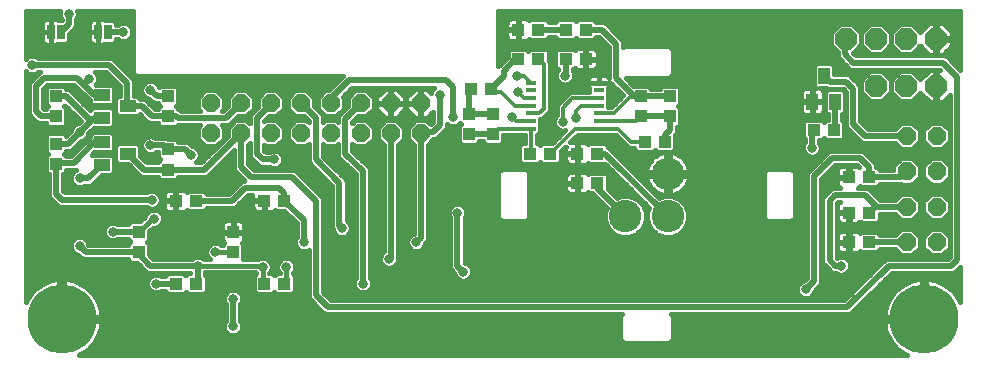
<source format=gbl>
G75*
%MOIN*%
%OFA0B0*%
%FSLAX24Y24*%
%IPPOS*%
%LPD*%
%AMOC8*
5,1,8,0,0,1.08239X$1,22.5*
%
%ADD10R,0.0551X0.0394*%
%ADD11C,0.2300*%
%ADD12OC8,0.0600*%
%ADD13R,0.0433X0.0394*%
%ADD14R,0.0250X0.0500*%
%ADD15R,0.0394X0.0433*%
%ADD16C,0.1083*%
%ADD17R,0.0394X0.0551*%
%ADD18OC8,0.0709*%
%ADD19R,0.0354X0.0138*%
%ADD20C,0.0160*%
%ADD21C,0.0317*%
%ADD22C,0.0197*%
%ADD23C,0.0118*%
%ADD24C,0.0157*%
D10*
X003139Y006938D03*
X004005Y007312D03*
X003139Y007686D03*
X003139Y008513D03*
X004005Y008887D03*
X003139Y009261D03*
D11*
X001800Y001800D03*
X030540Y001800D03*
D12*
X030961Y004359D03*
X029961Y004359D03*
X029961Y005540D03*
X030961Y005540D03*
X030961Y006721D03*
X029961Y006721D03*
X029961Y007902D03*
X030961Y007902D03*
X013765Y007993D03*
X012765Y007993D03*
X011765Y007993D03*
X010765Y007993D03*
X009765Y007993D03*
X008765Y007993D03*
X007765Y007993D03*
X006765Y007993D03*
X006765Y008993D03*
X007765Y008993D03*
X008765Y008993D03*
X009765Y008993D03*
X010765Y008993D03*
X011765Y008993D03*
X012765Y008993D03*
X013765Y008993D03*
D13*
X015442Y009477D03*
X016111Y009477D03*
X017017Y010461D03*
X017686Y010461D03*
X018591Y010461D03*
X019261Y010461D03*
X019261Y011446D03*
X018591Y011446D03*
X017686Y011446D03*
X017017Y011446D03*
X021229Y007706D03*
X021898Y007706D03*
X019654Y007312D03*
X018985Y007312D03*
X018080Y007312D03*
X017410Y007312D03*
X018985Y006328D03*
X019654Y006328D03*
X026859Y008099D03*
X027528Y008099D03*
X028040Y006524D03*
X028709Y006524D03*
X028709Y005343D03*
X028040Y005343D03*
X028040Y004359D03*
X028709Y004359D03*
X009221Y002981D03*
X008552Y002981D03*
X006269Y002981D03*
X005599Y002981D03*
X005599Y005737D03*
X006269Y005737D03*
X008552Y005737D03*
X009221Y005737D03*
D14*
X003338Y011367D03*
X003018Y011367D03*
X001763Y011367D03*
X001443Y011367D03*
D15*
X001603Y009221D03*
X001603Y008552D03*
X001603Y007646D03*
X001603Y006977D03*
X005343Y006780D03*
X005343Y007450D03*
X005343Y008552D03*
X005343Y009221D03*
X015383Y008631D03*
X016170Y008631D03*
X016170Y007961D03*
X015383Y007961D03*
X021091Y008552D03*
X022076Y008552D03*
X022076Y009221D03*
X021091Y009221D03*
X007509Y004694D03*
X007509Y004024D03*
X004359Y004024D03*
X004359Y004694D03*
D16*
X020580Y005225D03*
X021997Y005225D03*
X021997Y006643D03*
D17*
X026820Y009044D03*
X027568Y009044D03*
X027194Y009910D03*
D18*
X028950Y009556D03*
X029950Y009556D03*
X030950Y009556D03*
X030938Y011131D03*
X029938Y011131D03*
X028938Y011131D03*
X027938Y011131D03*
D19*
X019696Y009678D03*
X019696Y009422D03*
X019696Y009166D03*
X019696Y008910D03*
X019696Y008654D03*
X019696Y008398D03*
X019696Y008143D03*
X017432Y008143D03*
X017432Y008398D03*
X017432Y008654D03*
X017432Y008910D03*
X017432Y009166D03*
X017432Y009422D03*
X017432Y009678D03*
D20*
X002485Y000658D02*
X002380Y000602D01*
X029960Y000602D01*
X029856Y000658D01*
X029747Y000730D01*
X029646Y000813D01*
X029554Y000906D01*
X029471Y001007D01*
X029398Y001115D01*
X029336Y001231D01*
X029286Y001351D01*
X029248Y001476D01*
X029223Y001605D01*
X029212Y001720D01*
X030460Y001720D01*
X030460Y001880D01*
X029212Y001880D01*
X029223Y001995D01*
X029248Y002124D01*
X029286Y002249D01*
X029336Y002369D01*
X029398Y002485D01*
X029471Y002593D01*
X029554Y002694D01*
X029646Y002787D01*
X029747Y002870D01*
X029856Y002942D01*
X029971Y003004D01*
X030092Y003054D01*
X030217Y003092D01*
X030345Y003117D01*
X030460Y003129D01*
X030460Y001880D01*
X030620Y001880D01*
X030620Y003129D01*
X030736Y003117D01*
X030864Y003092D01*
X030989Y003054D01*
X031109Y003004D01*
X031225Y002942D01*
X031333Y002870D01*
X031434Y002787D01*
X031527Y002694D01*
X031610Y002593D01*
X031682Y002485D01*
X031738Y002380D01*
X031738Y003527D01*
X031544Y003333D01*
X029458Y003333D01*
X028080Y001955D01*
X022112Y001955D01*
X022162Y001905D01*
X022162Y001105D01*
X022042Y000985D01*
X020534Y000985D01*
X020414Y001105D01*
X020414Y001905D01*
X020465Y001955D01*
X010560Y001955D01*
X010420Y002095D01*
X010026Y002489D01*
X010026Y004100D01*
X009930Y004061D01*
X009812Y004061D01*
X009702Y004106D01*
X009618Y004190D01*
X009572Y004300D01*
X009572Y004418D01*
X009618Y004528D01*
X009632Y004543D01*
X007886Y004543D01*
X007886Y004453D02*
X007886Y004675D01*
X007527Y004675D01*
X007527Y004712D01*
X007886Y004712D01*
X007886Y004934D01*
X007873Y004980D01*
X007850Y005021D01*
X007816Y005054D01*
X007775Y005078D01*
X007729Y005090D01*
X007527Y005090D01*
X007527Y004712D01*
X007490Y004712D01*
X007490Y004675D01*
X007132Y004675D01*
X007132Y004453D01*
X007144Y004408D01*
X007168Y004367D01*
X007201Y004333D01*
X007204Y004331D01*
X007172Y004299D01*
X007172Y004263D01*
X007121Y004263D01*
X007087Y004297D01*
X006977Y004343D01*
X006859Y004343D01*
X006749Y004297D01*
X006665Y004213D01*
X006620Y004103D01*
X006620Y003985D01*
X006665Y003875D01*
X006749Y003791D01*
X006751Y003790D01*
X006531Y003790D01*
X006497Y003825D01*
X006387Y003870D01*
X006268Y003870D01*
X006159Y003825D01*
X006144Y003810D01*
X004852Y003810D01*
X004696Y003966D01*
X004696Y004299D01*
X004636Y004359D01*
X004696Y004419D01*
X004696Y004721D01*
X004823Y004848D01*
X004930Y004848D01*
X005040Y004893D01*
X005124Y004977D01*
X005169Y005087D01*
X005169Y005206D01*
X005124Y005316D01*
X005040Y005399D01*
X004930Y005445D01*
X004812Y005445D01*
X004702Y005399D01*
X004618Y005316D01*
X004580Y005224D01*
X004406Y005050D01*
X004104Y005050D01*
X004022Y004968D01*
X004022Y004952D01*
X003677Y004952D01*
X003662Y004966D01*
X003552Y005012D01*
X003434Y005012D01*
X003324Y004966D01*
X003240Y004882D01*
X003194Y004773D01*
X003194Y004654D01*
X003240Y004544D01*
X003324Y004460D01*
X003434Y004415D01*
X003552Y004415D01*
X003662Y004460D01*
X003677Y004475D01*
X004022Y004475D01*
X004022Y004419D01*
X004082Y004359D01*
X004022Y004299D01*
X004022Y004263D01*
X002706Y004263D01*
X002689Y004280D01*
X002689Y004300D01*
X002644Y004410D01*
X002560Y004494D01*
X002450Y004539D01*
X002331Y004539D01*
X002222Y004494D01*
X002138Y004410D01*
X002092Y004300D01*
X002092Y004182D01*
X002138Y004072D01*
X002222Y003988D01*
X002331Y003943D01*
X002352Y003943D01*
X002508Y003786D01*
X004022Y003786D01*
X004022Y003750D01*
X004104Y003668D01*
X004319Y003668D01*
X004514Y003473D01*
X004654Y003333D01*
X006089Y003333D01*
X006089Y003318D01*
X005994Y003318D01*
X005934Y003258D01*
X005874Y003318D01*
X005325Y003318D01*
X005243Y003236D01*
X005243Y003220D01*
X005133Y003220D01*
X005119Y003234D01*
X005009Y003280D01*
X004890Y003280D01*
X004781Y003234D01*
X004697Y003150D01*
X004651Y003040D01*
X004651Y002922D01*
X004697Y002812D01*
X004781Y002728D01*
X004890Y002683D01*
X005009Y002683D01*
X005119Y002728D01*
X005133Y002743D01*
X005243Y002743D01*
X005243Y002726D01*
X005325Y002644D01*
X005874Y002644D01*
X005934Y002704D01*
X005994Y002644D01*
X006543Y002644D01*
X006625Y002726D01*
X006625Y003236D01*
X006566Y003295D01*
X006566Y003353D01*
X008250Y003353D01*
X008274Y003329D01*
X008274Y003315D01*
X008195Y003236D01*
X008195Y002726D01*
X008277Y002644D01*
X008826Y002644D01*
X008887Y002704D01*
X008947Y002644D01*
X009496Y002644D01*
X009578Y002726D01*
X009578Y003236D01*
X009499Y003315D01*
X009499Y003329D01*
X009533Y003363D01*
X009579Y003473D01*
X009579Y003592D01*
X010026Y003592D01*
X010026Y003434D02*
X009562Y003434D01*
X009579Y003592D02*
X009533Y003701D01*
X009449Y003785D01*
X009340Y003831D01*
X009221Y003831D01*
X009111Y003785D01*
X009027Y003701D01*
X008982Y003592D01*
X008791Y003592D01*
X008746Y003701D01*
X008662Y003785D01*
X008552Y003831D01*
X008434Y003831D01*
X008336Y003790D01*
X007846Y003790D01*
X007846Y004299D01*
X007813Y004331D01*
X007816Y004333D01*
X007850Y004367D01*
X007873Y004408D01*
X007886Y004453D01*
X007860Y004385D02*
X009572Y004385D01*
X009603Y004226D02*
X007846Y004226D01*
X007846Y004068D02*
X009795Y004068D01*
X009947Y004068D02*
X010026Y004068D01*
X010503Y004068D02*
X011601Y004068D01*
X011601Y004226D02*
X010503Y004226D01*
X010503Y004385D02*
X011601Y004385D01*
X011601Y004543D02*
X011214Y004543D01*
X011190Y004533D02*
X011300Y004579D01*
X011384Y004662D01*
X011429Y004772D01*
X011429Y004891D01*
X011384Y005001D01*
X011300Y005084D01*
X011290Y005088D01*
X011290Y006426D01*
X010503Y007214D01*
X010503Y007632D01*
X010582Y007553D01*
X010947Y007553D01*
X011010Y007616D01*
X011010Y007213D01*
X011150Y007073D01*
X011601Y006623D01*
X011601Y003165D01*
X011586Y003150D01*
X011541Y003040D01*
X011541Y002922D01*
X011586Y002812D01*
X011670Y002728D01*
X011780Y002683D01*
X011899Y002683D01*
X012008Y002728D01*
X012092Y002812D01*
X012138Y002922D01*
X012138Y003040D01*
X012092Y003150D01*
X012078Y003165D01*
X012078Y006820D01*
X011938Y006960D01*
X011487Y007411D01*
X011487Y007648D01*
X011582Y007553D01*
X011947Y007553D01*
X012205Y007811D01*
X012205Y008175D01*
X011947Y008433D01*
X011582Y008433D01*
X011487Y008338D01*
X011487Y008378D01*
X011662Y008553D01*
X011947Y008553D01*
X012205Y008811D01*
X012205Y009175D01*
X011947Y009433D01*
X011582Y009433D01*
X011325Y009175D01*
X011325Y008890D01*
X011010Y008576D01*
X011010Y008369D01*
X010947Y008433D01*
X010582Y008433D01*
X010503Y008354D01*
X010503Y008592D01*
X010205Y008890D01*
X010205Y009175D01*
X009947Y009433D01*
X009582Y009433D01*
X009325Y009175D01*
X009325Y008811D01*
X009582Y008553D01*
X009867Y008553D01*
X010026Y008394D01*
X010026Y008354D01*
X009947Y008433D01*
X009582Y008433D01*
X009325Y008175D01*
X009325Y007811D01*
X009582Y007553D01*
X009947Y007553D01*
X010026Y007632D01*
X010026Y007016D01*
X010166Y006877D01*
X010814Y006229D01*
X010814Y004811D01*
X010832Y004793D01*
X010832Y004772D01*
X010878Y004662D01*
X010962Y004579D01*
X011071Y004533D01*
X011190Y004533D01*
X011047Y004543D02*
X010503Y004543D01*
X010503Y004702D02*
X010862Y004702D01*
X010814Y004860D02*
X010503Y004860D01*
X010503Y005019D02*
X010814Y005019D01*
X010814Y005177D02*
X010503Y005177D01*
X010503Y005336D02*
X010814Y005336D01*
X010814Y005494D02*
X010503Y005494D01*
X010503Y005653D02*
X010814Y005653D01*
X011290Y005653D02*
X011601Y005653D01*
X011601Y005494D02*
X011290Y005494D01*
X011290Y005336D02*
X011601Y005336D01*
X011601Y005177D02*
X011290Y005177D01*
X011366Y005019D02*
X011601Y005019D01*
X011601Y004860D02*
X011429Y004860D01*
X011400Y004702D02*
X011601Y004702D01*
X012078Y004702D02*
X012526Y004702D01*
X012526Y004860D02*
X012078Y004860D01*
X012078Y005019D02*
X012526Y005019D01*
X012526Y005177D02*
X012078Y005177D01*
X012078Y005336D02*
X012526Y005336D01*
X012526Y005494D02*
X012078Y005494D01*
X012078Y005653D02*
X012526Y005653D01*
X012526Y005811D02*
X012078Y005811D01*
X012078Y005970D02*
X012526Y005970D01*
X012526Y006128D02*
X012078Y006128D01*
X012078Y006287D02*
X012526Y006287D01*
X012526Y006445D02*
X012078Y006445D01*
X012078Y006604D02*
X012526Y006604D01*
X012526Y006762D02*
X012078Y006762D01*
X011977Y006921D02*
X012526Y006921D01*
X012526Y007079D02*
X011819Y007079D01*
X011660Y007238D02*
X012526Y007238D01*
X012526Y007396D02*
X011502Y007396D01*
X011487Y007555D02*
X011581Y007555D01*
X011948Y007555D02*
X012526Y007555D01*
X012526Y007609D02*
X012526Y004051D01*
X012453Y003977D01*
X012407Y003867D01*
X012407Y003749D01*
X012453Y003639D01*
X012536Y003555D01*
X012646Y003509D01*
X012765Y003509D01*
X012875Y003555D01*
X012959Y003639D01*
X013004Y003749D01*
X013004Y003867D01*
X013003Y003870D01*
X013003Y007609D01*
X013205Y007811D01*
X013205Y008175D01*
X012947Y008433D01*
X012582Y008433D01*
X012325Y008175D01*
X012325Y007811D01*
X012526Y007609D01*
X012422Y007713D02*
X012107Y007713D01*
X012205Y007872D02*
X012325Y007872D01*
X012325Y008030D02*
X012205Y008030D01*
X012191Y008189D02*
X012338Y008189D01*
X012496Y008347D02*
X012033Y008347D01*
X012285Y008794D02*
X012566Y008513D01*
X012745Y008513D01*
X012745Y008973D01*
X012785Y008973D01*
X012785Y009013D01*
X013245Y009013D01*
X013245Y009192D01*
X012963Y009473D01*
X012785Y009473D01*
X012785Y009013D01*
X012745Y009013D01*
X012745Y009473D01*
X012566Y009473D01*
X012285Y009192D01*
X012285Y009013D01*
X012745Y009013D01*
X012745Y008973D01*
X012285Y008973D01*
X012285Y008794D01*
X012285Y008823D02*
X012205Y008823D01*
X012058Y008664D02*
X012415Y008664D01*
X012745Y008664D02*
X012785Y008664D01*
X012785Y008513D02*
X012963Y008513D01*
X013245Y008794D01*
X013245Y008973D01*
X012785Y008973D01*
X012785Y008513D01*
X013033Y008347D02*
X013496Y008347D01*
X013582Y008433D02*
X013325Y008175D01*
X013325Y007811D01*
X013526Y007609D01*
X013526Y004647D01*
X013442Y004612D01*
X013358Y004528D01*
X013313Y004418D01*
X013313Y004300D01*
X013358Y004190D01*
X013442Y004106D01*
X013552Y004061D01*
X013670Y004061D01*
X013780Y004106D01*
X013864Y004190D01*
X013909Y004300D01*
X013909Y004320D01*
X014003Y004414D01*
X014003Y007609D01*
X014176Y007782D01*
X014261Y007782D01*
X014401Y007922D01*
X014637Y008158D01*
X014637Y008305D01*
X014662Y008279D01*
X014772Y008234D01*
X014891Y008234D01*
X015001Y008279D01*
X015062Y008340D01*
X015106Y008296D01*
X015046Y008236D01*
X015046Y007687D01*
X015128Y007605D01*
X015638Y007605D01*
X015720Y007687D01*
X015720Y007723D01*
X015833Y007723D01*
X015833Y007687D01*
X015915Y007605D01*
X016425Y007605D01*
X016507Y007687D01*
X016507Y007943D01*
X017187Y007943D01*
X017197Y007934D01*
X017233Y007934D01*
X017233Y007649D01*
X017136Y007649D01*
X017054Y007567D01*
X017054Y007057D01*
X017136Y006975D01*
X017685Y006975D01*
X017745Y007035D01*
X017805Y006975D01*
X018354Y006975D01*
X018436Y007057D01*
X018436Y007387D01*
X018591Y007542D01*
X018589Y007532D01*
X018589Y007330D01*
X018967Y007330D01*
X018967Y007689D01*
X018745Y007689D01*
X018735Y007686D01*
X018993Y007943D01*
X019451Y007943D01*
X019461Y007934D01*
X019931Y007934D01*
X019941Y007943D01*
X020257Y007943D01*
X020577Y007623D01*
X020694Y007506D01*
X020873Y007506D01*
X020873Y007451D01*
X020955Y007369D01*
X021504Y007369D01*
X021564Y007429D01*
X021624Y007369D01*
X022173Y007369D01*
X022255Y007451D01*
X022255Y007941D01*
X022314Y008000D01*
X022314Y008195D01*
X022330Y008195D01*
X022412Y008277D01*
X022412Y008826D01*
X022352Y008887D01*
X022412Y008947D01*
X022412Y009496D01*
X022330Y009578D01*
X021821Y009578D01*
X021739Y009496D01*
X021739Y009460D01*
X021428Y009460D01*
X021428Y009496D01*
X021346Y009578D01*
X020855Y009578D01*
X020590Y009843D01*
X022042Y009843D01*
X022162Y009963D01*
X022162Y010763D01*
X022042Y010883D01*
X020534Y010883D01*
X020503Y010852D01*
X020503Y011072D01*
X020363Y011212D01*
X019891Y011684D01*
X019617Y011684D01*
X019617Y011701D01*
X019535Y011783D01*
X018986Y011783D01*
X018926Y011722D01*
X018866Y011783D01*
X018317Y011783D01*
X018235Y011701D01*
X018235Y011684D01*
X018042Y011684D01*
X018042Y011701D01*
X017960Y011783D01*
X017411Y011783D01*
X017379Y011750D01*
X017377Y011753D01*
X017344Y011787D01*
X017303Y011810D01*
X017257Y011823D01*
X017035Y011823D01*
X017035Y011464D01*
X016998Y011464D01*
X016998Y011427D01*
X017035Y011427D01*
X017035Y011069D01*
X017257Y011069D01*
X017303Y011081D01*
X017344Y011105D01*
X017377Y011138D01*
X017379Y011141D01*
X017411Y011109D01*
X017960Y011109D01*
X018042Y011191D01*
X018042Y011207D01*
X018235Y011207D01*
X018235Y011191D01*
X018317Y011109D01*
X018866Y011109D01*
X018926Y011169D01*
X018986Y011109D01*
X019535Y011109D01*
X019617Y011191D01*
X019617Y011207D01*
X019693Y011207D01*
X020026Y010874D01*
X020026Y009841D01*
X020017Y009857D01*
X019983Y009891D01*
X019942Y009915D01*
X019897Y009927D01*
X019696Y009927D01*
X019696Y009678D01*
X020053Y009678D01*
X020053Y009706D01*
X020506Y009252D01*
X020107Y008853D01*
X020013Y008853D01*
X020013Y009037D01*
X020012Y009038D01*
X020013Y009039D01*
X020013Y009293D01*
X020012Y009294D01*
X020013Y009295D01*
X020013Y009494D01*
X020017Y009499D01*
X020041Y009540D01*
X020053Y009585D01*
X020053Y009678D01*
X019696Y009678D01*
X019696Y009678D01*
X019696Y009678D01*
X019696Y009927D01*
X019495Y009927D01*
X019449Y009915D01*
X019408Y009891D01*
X019374Y009857D01*
X019351Y009816D01*
X019339Y009771D01*
X019339Y009678D01*
X019339Y009585D01*
X019351Y009540D01*
X019374Y009499D01*
X019379Y009494D01*
X019379Y009365D01*
X018729Y009365D01*
X018410Y009046D01*
X018294Y008930D01*
X018294Y008598D01*
X018240Y008544D01*
X018194Y008434D01*
X018194Y008315D01*
X018240Y008206D01*
X018324Y008122D01*
X018434Y008076D01*
X018552Y008076D01*
X018570Y008084D01*
X018135Y007649D01*
X017805Y007649D01*
X017745Y007589D01*
X017685Y007649D01*
X017631Y007649D01*
X017631Y007934D01*
X017667Y007934D01*
X017749Y008016D01*
X017749Y008269D01*
X017748Y008270D01*
X017749Y008272D01*
X017749Y008455D01*
X017792Y008455D01*
X017945Y008609D01*
X018062Y008725D01*
X018062Y010367D01*
X018042Y010386D01*
X018042Y010716D01*
X017960Y010798D01*
X017411Y010798D01*
X017351Y010738D01*
X017291Y010798D01*
X016742Y010798D01*
X016660Y010716D01*
X016660Y010540D01*
X016426Y010306D01*
X016350Y010231D01*
X016350Y012053D01*
X031738Y012053D01*
X031738Y010112D01*
X031269Y010582D01*
X028277Y010582D01*
X028182Y010676D01*
X028432Y010926D01*
X028432Y011335D01*
X028143Y011625D01*
X027733Y011625D01*
X027443Y011335D01*
X027443Y010926D01*
X027664Y010705D01*
X027664Y010520D01*
X027940Y010245D01*
X028079Y010105D01*
X031071Y010105D01*
X031086Y010090D01*
X030988Y010090D01*
X030988Y009594D01*
X030911Y009594D01*
X030911Y010090D01*
X030728Y010090D01*
X030421Y009783D01*
X030154Y010050D01*
X029745Y010050D01*
X029455Y009761D01*
X029455Y009351D01*
X029745Y009062D01*
X030154Y009062D01*
X030421Y009329D01*
X030728Y009022D01*
X030911Y009022D01*
X030911Y009518D01*
X030988Y009518D01*
X030988Y009022D01*
X031171Y009022D01*
X031404Y009255D01*
X031404Y003867D01*
X031347Y003810D01*
X029260Y003810D01*
X029121Y003670D01*
X027882Y002432D01*
X010757Y002432D01*
X010503Y002686D01*
X010503Y005836D01*
X010363Y005975D01*
X009576Y006763D01*
X008198Y006763D01*
X008003Y006958D01*
X008003Y007609D01*
X008058Y007664D01*
X008058Y007213D01*
X008254Y007016D01*
X008394Y006877D01*
X008703Y006877D01*
X008718Y006862D01*
X008827Y006817D01*
X008946Y006817D01*
X009056Y006862D01*
X009140Y006946D01*
X009185Y007056D01*
X009185Y007174D01*
X009140Y007284D01*
X009056Y007368D01*
X008946Y007413D01*
X008827Y007413D01*
X008718Y007368D01*
X008703Y007353D01*
X008592Y007353D01*
X008534Y007411D01*
X008534Y007601D01*
X008582Y007553D01*
X008947Y007553D01*
X009205Y007811D01*
X009205Y008175D01*
X008947Y008433D01*
X008582Y008433D01*
X008534Y008385D01*
X008534Y008394D01*
X008693Y008553D01*
X008947Y008553D01*
X009205Y008811D01*
X009205Y009175D01*
X008947Y009433D01*
X008582Y009433D01*
X008325Y009175D01*
X008325Y008859D01*
X008197Y008731D01*
X008058Y008592D01*
X008058Y008322D01*
X007947Y008433D01*
X007582Y008433D01*
X007325Y008175D01*
X007325Y007890D01*
X006453Y007019D01*
X006259Y007019D01*
X006260Y007019D01*
X006344Y007103D01*
X006390Y007213D01*
X006390Y007332D01*
X006344Y007441D01*
X006260Y007525D01*
X006151Y007571D01*
X006130Y007571D01*
X006013Y007688D01*
X005680Y007688D01*
X005680Y007724D01*
X005598Y007806D01*
X005324Y007806D01*
X005304Y007826D01*
X004936Y007826D01*
X004922Y007840D01*
X004812Y007886D01*
X004693Y007886D01*
X004584Y007840D01*
X004500Y007756D01*
X004454Y007647D01*
X004454Y007528D01*
X004500Y007418D01*
X004584Y007334D01*
X004693Y007289D01*
X004812Y007289D01*
X004922Y007334D01*
X004936Y007349D01*
X005006Y007349D01*
X005006Y007175D01*
X005067Y007115D01*
X005006Y007055D01*
X005006Y007019D01*
X004635Y007019D01*
X004420Y007233D01*
X004420Y007567D01*
X004338Y007649D01*
X003671Y007649D01*
X003589Y007567D01*
X003589Y007057D01*
X003671Y006975D01*
X004004Y006975D01*
X004437Y006542D01*
X005006Y006542D01*
X005006Y006506D01*
X005088Y006424D01*
X005598Y006424D01*
X005680Y006506D01*
X005680Y006542D01*
X006651Y006542D01*
X007526Y007417D01*
X007526Y006760D01*
X007861Y006426D01*
X007878Y006409D01*
X007804Y006409D01*
X007664Y006269D01*
X007371Y005975D01*
X006625Y005975D01*
X006625Y005992D01*
X006543Y006074D01*
X005994Y006074D01*
X005962Y006041D01*
X005960Y006044D01*
X005926Y006078D01*
X005885Y006102D01*
X005839Y006114D01*
X005618Y006114D01*
X005618Y005755D01*
X005581Y005755D01*
X005581Y005719D01*
X005203Y005719D01*
X005203Y005516D01*
X005215Y005471D01*
X005239Y005430D01*
X005272Y005396D01*
X005313Y005372D01*
X005359Y005360D01*
X005581Y005360D01*
X005581Y005719D01*
X005618Y005719D01*
X005618Y005360D01*
X005839Y005360D01*
X005885Y005372D01*
X005926Y005396D01*
X005960Y005430D01*
X005962Y005433D01*
X005994Y005400D01*
X006543Y005400D01*
X006625Y005482D01*
X006625Y005499D01*
X007568Y005499D01*
X008001Y005932D01*
X008155Y005932D01*
X008155Y005755D01*
X008534Y005755D01*
X008534Y005719D01*
X008570Y005719D01*
X008570Y005360D01*
X008792Y005360D01*
X008838Y005372D01*
X008879Y005396D01*
X008913Y005430D01*
X008914Y005433D01*
X008947Y005400D01*
X009221Y005400D01*
X009632Y004989D01*
X009632Y004543D01*
X009632Y004702D02*
X007527Y004702D01*
X007490Y004702D02*
X004696Y004702D01*
X004959Y004860D02*
X007132Y004860D01*
X007132Y004934D02*
X007132Y004712D01*
X007490Y004712D01*
X007490Y005090D01*
X007288Y005090D01*
X007242Y005078D01*
X007201Y005054D01*
X007168Y005021D01*
X007144Y004980D01*
X007132Y004934D01*
X007167Y005019D02*
X005141Y005019D01*
X005169Y005177D02*
X009444Y005177D01*
X009286Y005336D02*
X005104Y005336D01*
X005209Y005494D02*
X004890Y005494D01*
X004851Y005478D02*
X004961Y005523D01*
X005045Y005607D01*
X005091Y005717D01*
X005091Y005836D01*
X005045Y005945D01*
X004961Y006029D01*
X004851Y006075D01*
X004733Y006075D01*
X004623Y006029D01*
X004609Y006015D01*
X001899Y006015D01*
X001842Y006072D01*
X001842Y006621D01*
X001858Y006621D01*
X001940Y006703D01*
X001940Y006758D01*
X002271Y006758D01*
X002222Y006738D01*
X002138Y006654D01*
X002092Y006544D01*
X002092Y006426D01*
X002138Y006316D01*
X002222Y006232D01*
X002331Y006187D01*
X002450Y006187D01*
X002560Y006232D01*
X002574Y006247D01*
X002785Y006247D01*
X003139Y006601D01*
X003472Y006601D01*
X003554Y006683D01*
X003554Y007193D01*
X003472Y007275D01*
X002809Y007275D01*
X002883Y007349D01*
X003472Y007349D01*
X003554Y007431D01*
X003554Y007941D01*
X003472Y008023D01*
X002805Y008023D01*
X002723Y007941D01*
X002723Y007863D01*
X002095Y007235D01*
X001940Y007235D01*
X001940Y007252D01*
X001880Y007312D01*
X001940Y007372D01*
X001940Y007408D01*
X002115Y007408D01*
X002429Y007722D01*
X002450Y007722D01*
X002560Y007767D01*
X002644Y007851D01*
X002689Y007961D01*
X002689Y007982D01*
X002863Y008156D01*
X002863Y008156D01*
X002883Y008176D01*
X003472Y008176D01*
X003554Y008258D01*
X003554Y008767D01*
X003472Y008849D01*
X002805Y008849D01*
X002726Y008770D01*
X002037Y009460D01*
X001940Y009460D01*
X001940Y009496D01*
X001858Y009578D01*
X001348Y009578D01*
X001266Y009496D01*
X001266Y008947D01*
X001326Y008887D01*
X001266Y008826D01*
X001266Y008810D01*
X001190Y008810D01*
X001172Y008828D01*
X001172Y009457D01*
X001308Y009593D01*
X002213Y009593D01*
X002270Y009536D01*
X002723Y009083D01*
X002723Y009006D01*
X002805Y008924D01*
X003472Y008924D01*
X003554Y009006D01*
X003554Y009515D01*
X003472Y009597D01*
X002933Y009597D01*
X002959Y009623D01*
X003004Y009733D01*
X003004Y009851D01*
X002959Y009961D01*
X002894Y010026D01*
X003276Y010026D01*
X003727Y009575D01*
X003727Y009223D01*
X003671Y009223D01*
X003589Y009141D01*
X003589Y008632D01*
X003671Y008550D01*
X004338Y008550D01*
X004408Y008619D01*
X004554Y008473D01*
X004693Y008333D01*
X005006Y008333D01*
X005006Y008277D01*
X005088Y008195D01*
X005598Y008195D01*
X005657Y008254D01*
X006404Y008254D01*
X006325Y008175D01*
X006325Y007811D01*
X006582Y007553D01*
X006947Y007553D01*
X007205Y007811D01*
X007205Y008175D01*
X007125Y008254D01*
X007363Y008254D01*
X007503Y008394D01*
X007503Y008394D01*
X007662Y008553D01*
X007947Y008553D01*
X008205Y008811D01*
X008205Y009175D01*
X007947Y009433D01*
X007582Y009433D01*
X007325Y009175D01*
X007325Y008890D01*
X007166Y008731D01*
X007125Y008731D01*
X007205Y008811D01*
X007205Y009175D01*
X006947Y009433D01*
X006582Y009433D01*
X006325Y009175D01*
X006325Y008811D01*
X006404Y008731D01*
X005757Y008731D01*
X005698Y008790D01*
X005680Y008790D01*
X005680Y008826D01*
X005620Y008887D01*
X005680Y008947D01*
X005680Y009496D01*
X005598Y009578D01*
X005088Y009578D01*
X005038Y009528D01*
X005006Y009607D01*
X004922Y009691D01*
X004812Y009736D01*
X004693Y009736D01*
X004584Y009691D01*
X004500Y009607D01*
X004454Y009497D01*
X004454Y009378D01*
X004500Y009269D01*
X004584Y009185D01*
X004693Y009139D01*
X004714Y009139D01*
X004871Y008983D01*
X005006Y008983D01*
X005006Y008947D01*
X005067Y008887D01*
X005006Y008826D01*
X005006Y008810D01*
X004891Y008810D01*
X004576Y009125D01*
X004420Y009125D01*
X004420Y009141D01*
X004338Y009223D01*
X004204Y009223D01*
X004204Y009773D01*
X004064Y009912D01*
X003474Y010503D01*
X000999Y010503D01*
X000985Y010518D01*
X000875Y010563D01*
X000756Y010563D01*
X000647Y010518D01*
X000602Y010473D01*
X000602Y012053D01*
X001753Y012053D01*
X001738Y012017D01*
X001738Y011898D01*
X001783Y011788D01*
X001798Y011774D01*
X001798Y011757D01*
X001683Y011757D01*
X001679Y011761D01*
X001638Y011785D01*
X001592Y011797D01*
X001443Y011797D01*
X001294Y011797D01*
X001249Y011785D01*
X001208Y011761D01*
X001174Y011727D01*
X001150Y011686D01*
X001138Y011641D01*
X001138Y011367D01*
X001443Y011367D01*
X001443Y011367D01*
X001443Y011797D01*
X001443Y011367D01*
X001443Y011367D01*
X001138Y011367D01*
X001138Y011093D01*
X001150Y011047D01*
X001174Y011006D01*
X001208Y010973D01*
X001249Y010949D01*
X001294Y010937D01*
X001443Y010937D01*
X001443Y011367D01*
X001443Y011367D01*
X001443Y010937D01*
X001592Y010937D01*
X001638Y010949D01*
X001679Y010973D01*
X001683Y010977D01*
X001946Y010977D01*
X002028Y011059D01*
X002028Y011295D01*
X002275Y011541D01*
X002275Y011774D01*
X002289Y011788D01*
X002335Y011898D01*
X002335Y012017D01*
X002320Y012053D01*
X004179Y012053D01*
X004179Y009993D01*
X004284Y009888D01*
X011165Y009888D01*
X010710Y009433D01*
X010582Y009433D01*
X010325Y009175D01*
X010325Y008811D01*
X010582Y008553D01*
X010947Y008553D01*
X011205Y008811D01*
X011205Y009175D01*
X011166Y009214D01*
X011466Y009514D01*
X014210Y009514D01*
X014145Y009449D01*
X014100Y009340D01*
X014100Y009336D01*
X013963Y009473D01*
X013785Y009473D01*
X013785Y009013D01*
X013745Y009013D01*
X013745Y009473D01*
X013566Y009473D01*
X013285Y009192D01*
X013285Y009013D01*
X013745Y009013D01*
X013745Y008973D01*
X013785Y008973D01*
X013785Y008513D01*
X013963Y008513D01*
X014160Y008710D01*
X014160Y008355D01*
X014092Y008288D01*
X013947Y008433D01*
X013582Y008433D01*
X013566Y008513D02*
X013745Y008513D01*
X013745Y008973D01*
X013285Y008973D01*
X013285Y008794D01*
X013566Y008513D01*
X013415Y008664D02*
X013115Y008664D01*
X013245Y008823D02*
X013285Y008823D01*
X013745Y008823D02*
X013785Y008823D01*
X013785Y008664D02*
X013745Y008664D01*
X014115Y008664D02*
X014160Y008664D01*
X014160Y008506D02*
X011614Y008506D01*
X011496Y008347D02*
X011487Y008347D01*
X011010Y008506D02*
X010503Y008506D01*
X010471Y008664D02*
X010431Y008664D01*
X010325Y008823D02*
X010272Y008823D01*
X010325Y008981D02*
X010205Y008981D01*
X010205Y009140D02*
X010325Y009140D01*
X010447Y009298D02*
X010082Y009298D01*
X009447Y009298D02*
X009082Y009298D01*
X009205Y009140D02*
X009325Y009140D01*
X009325Y008981D02*
X009205Y008981D01*
X009205Y008823D02*
X009325Y008823D01*
X009471Y008664D02*
X009058Y008664D01*
X009033Y008347D02*
X009496Y008347D01*
X009915Y008506D02*
X008646Y008506D01*
X008130Y008664D02*
X008058Y008664D01*
X008058Y008506D02*
X007614Y008506D01*
X007496Y008347D02*
X007456Y008347D01*
X008033Y008347D02*
X008058Y008347D01*
X007338Y008189D02*
X007191Y008189D01*
X007205Y008030D02*
X007325Y008030D01*
X007306Y007872D02*
X007205Y007872D01*
X007148Y007713D02*
X007107Y007713D01*
X006989Y007555D02*
X006948Y007555D01*
X006831Y007396D02*
X006363Y007396D01*
X006390Y007238D02*
X006672Y007238D01*
X006514Y007079D02*
X006320Y007079D01*
X007029Y006921D02*
X007526Y006921D01*
X007526Y006762D02*
X006871Y006762D01*
X006712Y006604D02*
X007683Y006604D01*
X007841Y006445D02*
X005619Y006445D01*
X005067Y006445D02*
X002983Y006445D01*
X003475Y006604D02*
X004376Y006604D01*
X004217Y006762D02*
X003554Y006762D01*
X003554Y006921D02*
X004059Y006921D01*
X003589Y007079D02*
X003554Y007079D01*
X003589Y007238D02*
X003509Y007238D01*
X003519Y007396D02*
X003589Y007396D01*
X003589Y007555D02*
X003554Y007555D01*
X003554Y007713D02*
X004482Y007713D01*
X004659Y007872D02*
X003554Y007872D01*
X003485Y008189D02*
X006338Y008189D01*
X006325Y008030D02*
X002737Y008030D01*
X002723Y007872D02*
X002652Y007872D01*
X002573Y007713D02*
X002420Y007713D01*
X002414Y007555D02*
X002262Y007555D01*
X002256Y007396D02*
X001940Y007396D01*
X001940Y007238D02*
X002097Y007238D01*
X001326Y007312D02*
X001266Y007252D01*
X001266Y006703D01*
X001348Y006621D01*
X001365Y006621D01*
X001365Y005874D01*
X001504Y005735D01*
X001701Y005538D01*
X004609Y005538D01*
X004623Y005523D01*
X004733Y005478D01*
X004851Y005478D01*
X004694Y005494D02*
X000602Y005494D01*
X000602Y005336D02*
X004638Y005336D01*
X004533Y005177D02*
X000602Y005177D01*
X000602Y005019D02*
X004073Y005019D01*
X003231Y004860D02*
X000602Y004860D01*
X000602Y004702D02*
X003194Y004702D01*
X003241Y004543D02*
X000602Y004543D01*
X000602Y004385D02*
X002127Y004385D01*
X002092Y004226D02*
X000602Y004226D01*
X000602Y004068D02*
X002142Y004068D01*
X002385Y003909D02*
X000602Y003909D01*
X000602Y003751D02*
X004022Y003751D01*
X004395Y003592D02*
X000602Y003592D01*
X000602Y003434D02*
X004554Y003434D01*
X004879Y003275D02*
X000602Y003275D01*
X000602Y003117D02*
X001601Y003117D01*
X001605Y003117D02*
X001476Y003092D01*
X001351Y003054D01*
X001231Y003004D01*
X001115Y002942D01*
X001007Y002870D01*
X000906Y002787D01*
X000813Y002694D01*
X000730Y002593D01*
X000658Y002485D01*
X000602Y002380D01*
X000602Y010056D01*
X000647Y010012D01*
X000756Y009966D01*
X000875Y009966D01*
X000985Y010012D01*
X000999Y010026D01*
X001067Y010026D01*
X000835Y009794D01*
X000695Y009655D01*
X000695Y008630D01*
X000853Y008473D01*
X000993Y008333D01*
X001266Y008333D01*
X001266Y008277D01*
X001348Y008195D01*
X001858Y008195D01*
X001940Y008277D01*
X001940Y008826D01*
X001880Y008887D01*
X001908Y008914D01*
X002427Y008394D01*
X002352Y008319D01*
X002331Y008319D01*
X002222Y008273D01*
X002138Y008190D01*
X002092Y008080D01*
X002092Y008059D01*
X001940Y007907D01*
X001940Y007921D01*
X001858Y008003D01*
X001348Y008003D01*
X001266Y007921D01*
X001266Y007372D01*
X001326Y007312D01*
X001266Y007238D02*
X000602Y007238D01*
X000602Y007396D02*
X001266Y007396D01*
X001266Y007555D02*
X000602Y007555D01*
X000602Y007713D02*
X001266Y007713D01*
X001266Y007872D02*
X000602Y007872D01*
X000602Y008030D02*
X002063Y008030D01*
X002137Y008189D02*
X000602Y008189D01*
X000602Y008347D02*
X000979Y008347D01*
X000820Y008506D02*
X000602Y008506D01*
X000602Y008664D02*
X000695Y008664D01*
X000695Y008823D02*
X000602Y008823D01*
X000602Y008981D02*
X000695Y008981D01*
X000695Y009140D02*
X000602Y009140D01*
X000602Y009298D02*
X000695Y009298D01*
X000695Y009457D02*
X000602Y009457D01*
X000602Y009615D02*
X000695Y009615D01*
X000602Y009774D02*
X000814Y009774D01*
X000973Y009932D02*
X000602Y009932D01*
X001172Y009457D02*
X001266Y009457D01*
X001266Y009298D02*
X001172Y009298D01*
X001172Y009140D02*
X001266Y009140D01*
X001266Y008981D02*
X001172Y008981D01*
X001178Y008823D02*
X001266Y008823D01*
X001940Y008823D02*
X001999Y008823D01*
X001940Y008664D02*
X002158Y008664D01*
X002316Y008506D02*
X001940Y008506D01*
X001940Y008347D02*
X002380Y008347D01*
X002674Y008823D02*
X002778Y008823D01*
X002748Y008981D02*
X002515Y008981D01*
X002667Y009140D02*
X002357Y009140D01*
X002508Y009298D02*
X002198Y009298D01*
X002350Y009457D02*
X002040Y009457D01*
X002950Y009615D02*
X003687Y009615D01*
X003529Y009774D02*
X003004Y009774D01*
X002971Y009932D02*
X003370Y009932D01*
X003886Y010091D02*
X004179Y010091D01*
X004240Y009932D02*
X004044Y009932D01*
X004203Y009774D02*
X011051Y009774D01*
X010892Y009615D02*
X004998Y009615D01*
X004508Y009615D02*
X004204Y009615D01*
X004204Y009457D02*
X004454Y009457D01*
X004488Y009298D02*
X004204Y009298D01*
X004420Y009140D02*
X004693Y009140D01*
X004720Y008981D02*
X005006Y008981D01*
X005006Y008823D02*
X004878Y008823D01*
X004521Y008506D02*
X003554Y008506D01*
X003554Y008664D02*
X003589Y008664D01*
X003589Y008823D02*
X003499Y008823D01*
X003529Y008981D02*
X003589Y008981D01*
X003589Y009140D02*
X003554Y009140D01*
X003554Y009298D02*
X003727Y009298D01*
X003727Y009457D02*
X003554Y009457D01*
X003727Y010249D02*
X004179Y010249D01*
X004179Y010408D02*
X003569Y010408D01*
X004179Y010566D02*
X000602Y010566D01*
X000602Y010725D02*
X004179Y010725D01*
X004179Y010883D02*
X000602Y010883D01*
X000602Y011042D02*
X001154Y011042D01*
X001138Y011200D02*
X000602Y011200D01*
X000602Y011359D02*
X001138Y011359D01*
X001443Y011359D02*
X001443Y011359D01*
X001443Y011200D02*
X001443Y011200D01*
X001443Y011042D02*
X001443Y011042D01*
X002011Y011042D02*
X002729Y011042D01*
X002725Y011047D02*
X002749Y011006D01*
X002782Y010973D01*
X002823Y010949D01*
X002869Y010937D01*
X003018Y010937D01*
X003167Y010937D01*
X003212Y010949D01*
X003253Y010973D01*
X003258Y010977D01*
X003521Y010977D01*
X003603Y011059D01*
X003603Y011129D01*
X003664Y011129D01*
X003678Y011114D01*
X003788Y011069D01*
X003907Y011069D01*
X004016Y011114D01*
X004100Y011198D01*
X004146Y011308D01*
X004146Y011426D01*
X004100Y011536D01*
X004016Y011620D01*
X003907Y011665D01*
X003788Y011665D01*
X003678Y011620D01*
X003664Y011605D01*
X003603Y011605D01*
X003603Y011675D01*
X003521Y011757D01*
X003258Y011757D01*
X003253Y011761D01*
X003212Y011785D01*
X003167Y011797D01*
X003018Y011797D01*
X003018Y011367D01*
X003018Y011367D01*
X003018Y011797D01*
X002869Y011797D01*
X002823Y011785D01*
X002782Y011761D01*
X002749Y011727D01*
X002725Y011686D01*
X002713Y011641D01*
X002713Y011367D01*
X003018Y011367D01*
X003018Y011367D01*
X003018Y010937D01*
X003018Y011367D01*
X003018Y011367D01*
X002713Y011367D01*
X002713Y011093D01*
X002725Y011047D01*
X002713Y011200D02*
X002028Y011200D01*
X002092Y011359D02*
X002713Y011359D01*
X003018Y011359D02*
X003018Y011359D01*
X003018Y011200D02*
X003018Y011200D01*
X003018Y011042D02*
X003018Y011042D01*
X003586Y011042D02*
X004179Y011042D01*
X004179Y011200D02*
X004101Y011200D01*
X004146Y011359D02*
X004179Y011359D01*
X004179Y011517D02*
X004108Y011517D01*
X004179Y011676D02*
X003602Y011676D01*
X004179Y011834D02*
X002308Y011834D01*
X002275Y011676D02*
X002722Y011676D01*
X002713Y011517D02*
X002250Y011517D01*
X001764Y011834D02*
X000602Y011834D01*
X000602Y011676D02*
X001148Y011676D01*
X001138Y011517D02*
X000602Y011517D01*
X001443Y011517D02*
X001443Y011517D01*
X001443Y011676D02*
X001443Y011676D01*
X001738Y011993D02*
X000602Y011993D01*
X002335Y011993D02*
X004179Y011993D01*
X003018Y011676D02*
X003018Y011676D01*
X003018Y011517D02*
X003018Y011517D01*
X005680Y009457D02*
X010734Y009457D01*
X011249Y009298D02*
X011447Y009298D01*
X011408Y009457D02*
X012549Y009457D01*
X012745Y009457D02*
X012785Y009457D01*
X012785Y009298D02*
X012745Y009298D01*
X012745Y009140D02*
X012785Y009140D01*
X012785Y008981D02*
X013745Y008981D01*
X013745Y009140D02*
X013785Y009140D01*
X013785Y009298D02*
X013745Y009298D01*
X013745Y009457D02*
X013785Y009457D01*
X013980Y009457D02*
X014153Y009457D01*
X013549Y009457D02*
X012980Y009457D01*
X013138Y009298D02*
X013391Y009298D01*
X013285Y009140D02*
X013245Y009140D01*
X012745Y008981D02*
X012205Y008981D01*
X012205Y009140D02*
X012285Y009140D01*
X012391Y009298D02*
X012082Y009298D01*
X011325Y009140D02*
X011205Y009140D01*
X011205Y008981D02*
X011325Y008981D01*
X011257Y008823D02*
X011205Y008823D01*
X011099Y008664D02*
X011058Y008664D01*
X012745Y008823D02*
X012785Y008823D01*
X014033Y008347D02*
X014152Y008347D01*
X014637Y008189D02*
X015046Y008189D01*
X015046Y008030D02*
X014509Y008030D01*
X014350Y007872D02*
X015046Y007872D01*
X015046Y007713D02*
X014107Y007713D01*
X014003Y007555D02*
X017054Y007555D01*
X017054Y007396D02*
X014003Y007396D01*
X014003Y007238D02*
X017054Y007238D01*
X017054Y007079D02*
X014003Y007079D01*
X014003Y006921D02*
X019964Y006921D01*
X019910Y006975D02*
X021377Y005508D01*
X021316Y005361D01*
X021316Y005090D01*
X021419Y004839D01*
X021611Y004648D01*
X021861Y004544D01*
X022132Y004544D01*
X022383Y004648D01*
X022574Y004839D01*
X022678Y005090D01*
X022678Y005361D01*
X022574Y005611D01*
X022383Y005803D01*
X022132Y005907D01*
X021861Y005907D01*
X021714Y005845D01*
X020011Y007548D01*
X020011Y007567D01*
X019929Y007649D01*
X019380Y007649D01*
X019347Y007616D01*
X019346Y007619D01*
X019312Y007653D01*
X019271Y007676D01*
X019225Y007689D01*
X019003Y007689D01*
X019003Y007330D01*
X018967Y007330D01*
X018967Y007293D01*
X019003Y007293D01*
X019003Y006935D01*
X019225Y006935D01*
X019271Y006947D01*
X019312Y006971D01*
X019346Y007004D01*
X019347Y007007D01*
X019380Y006975D01*
X019910Y006975D01*
X020123Y006762D02*
X017305Y006762D01*
X017259Y006808D02*
X016459Y006808D01*
X016339Y006688D01*
X016339Y005180D01*
X016459Y005060D01*
X017259Y005060D01*
X017379Y005180D01*
X017379Y005349D01*
X017379Y006518D01*
X017379Y006688D01*
X017259Y006808D01*
X017379Y006604D02*
X018606Y006604D01*
X018601Y006594D02*
X018589Y006548D01*
X018589Y006346D01*
X018967Y006346D01*
X018967Y006704D01*
X018745Y006704D01*
X018699Y006692D01*
X018658Y006668D01*
X018624Y006635D01*
X018601Y006594D01*
X018589Y006445D02*
X017379Y006445D01*
X017379Y006287D02*
X018589Y006287D01*
X018589Y006309D02*
X018589Y006107D01*
X018601Y006061D01*
X018624Y006020D01*
X018658Y005987D01*
X018699Y005963D01*
X018745Y005951D01*
X018967Y005951D01*
X018967Y006309D01*
X019003Y006309D01*
X019003Y005951D01*
X019225Y005951D01*
X019271Y005963D01*
X019312Y005987D01*
X019346Y006020D01*
X019347Y006023D01*
X019380Y005991D01*
X019477Y005991D01*
X019959Y005508D01*
X019898Y005361D01*
X019898Y005090D01*
X020002Y004839D01*
X020194Y004648D01*
X020444Y004544D01*
X020715Y004544D01*
X020965Y004648D01*
X021157Y004839D01*
X021261Y005090D01*
X021261Y005361D01*
X021157Y005611D01*
X020965Y005803D01*
X020715Y005907D01*
X020444Y005907D01*
X020296Y005845D01*
X020011Y006131D01*
X020011Y006582D01*
X019929Y006664D01*
X019380Y006664D01*
X019347Y006632D01*
X019346Y006635D01*
X019312Y006668D01*
X019271Y006692D01*
X019225Y006704D01*
X019003Y006704D01*
X019003Y006346D01*
X018967Y006346D01*
X018967Y006309D01*
X018589Y006309D01*
X018589Y006128D02*
X017379Y006128D01*
X017379Y005970D02*
X018688Y005970D01*
X018967Y005970D02*
X019003Y005970D01*
X019003Y006128D02*
X018967Y006128D01*
X018967Y006287D02*
X019003Y006287D01*
X019003Y006445D02*
X018967Y006445D01*
X018967Y006604D02*
X019003Y006604D01*
X018967Y006935D02*
X018745Y006935D01*
X018699Y006947D01*
X018658Y006971D01*
X018624Y007004D01*
X018601Y007045D01*
X018589Y007091D01*
X018589Y007293D01*
X018967Y007293D01*
X018967Y006935D01*
X018967Y007079D02*
X019003Y007079D01*
X019003Y007238D02*
X018967Y007238D01*
X018967Y007396D02*
X019003Y007396D01*
X019003Y007555D02*
X018967Y007555D01*
X018589Y007396D02*
X018445Y007396D01*
X018436Y007238D02*
X018589Y007238D01*
X018592Y007079D02*
X018436Y007079D01*
X019990Y006604D02*
X020281Y006604D01*
X020440Y006445D02*
X020011Y006445D01*
X020011Y006287D02*
X020598Y006287D01*
X020757Y006128D02*
X020014Y006128D01*
X020172Y005970D02*
X020915Y005970D01*
X020946Y005811D02*
X021074Y005811D01*
X021520Y006099D02*
X021595Y006041D01*
X021677Y005994D01*
X021764Y005958D01*
X021856Y005934D01*
X021929Y005924D01*
X021929Y006575D01*
X021278Y006575D01*
X021288Y006501D01*
X021312Y006410D01*
X021349Y006323D01*
X021396Y006241D01*
X021453Y006166D01*
X021520Y006099D01*
X021491Y006128D02*
X021431Y006128D01*
X021369Y006287D02*
X021273Y006287D01*
X021303Y006445D02*
X021114Y006445D01*
X020956Y006604D02*
X021929Y006604D01*
X021929Y006575D02*
X021929Y006710D01*
X021278Y006710D01*
X021288Y006784D01*
X021312Y006875D01*
X021349Y006962D01*
X021396Y007044D01*
X021453Y007119D01*
X021520Y007186D01*
X021595Y007244D01*
X021677Y007291D01*
X021764Y007327D01*
X021856Y007352D01*
X021929Y007361D01*
X021929Y006710D01*
X022064Y006710D01*
X022064Y007361D01*
X022138Y007352D01*
X022229Y007327D01*
X022317Y007291D01*
X022398Y007244D01*
X022473Y007186D01*
X022540Y007119D01*
X022598Y007044D01*
X022645Y006962D01*
X022681Y006875D01*
X022706Y006784D01*
X022716Y006710D01*
X022064Y006710D01*
X022064Y006575D01*
X022064Y005924D01*
X022138Y005934D01*
X022229Y005958D01*
X022317Y005994D01*
X022398Y006041D01*
X022473Y006099D01*
X022540Y006166D01*
X022598Y006241D01*
X022645Y006323D01*
X022681Y006410D01*
X022706Y006501D01*
X022716Y006575D01*
X022064Y006575D01*
X021929Y006575D01*
X021929Y006445D02*
X022064Y006445D01*
X022064Y006604D02*
X025197Y006604D01*
X025197Y006688D02*
X025197Y005180D01*
X025317Y005060D01*
X026117Y005060D01*
X026237Y005180D01*
X026237Y005349D01*
X026237Y006518D01*
X026237Y006688D01*
X026117Y006808D01*
X025317Y006808D01*
X025197Y006688D01*
X025271Y006762D02*
X022709Y006762D01*
X022662Y006921D02*
X026898Y006921D01*
X026740Y006762D02*
X026163Y006762D01*
X026237Y006604D02*
X026640Y006604D01*
X026640Y006663D02*
X026640Y003159D01*
X026564Y003083D01*
X026544Y003083D01*
X026434Y003037D01*
X026350Y002953D01*
X026305Y002844D01*
X026305Y002725D01*
X026350Y002615D01*
X026434Y002531D01*
X026544Y002486D01*
X026663Y002486D01*
X026772Y002531D01*
X026856Y002615D01*
X026902Y002725D01*
X026902Y002745D01*
X027117Y002961D01*
X027117Y006465D01*
X027568Y006916D01*
X028315Y006916D01*
X028364Y006867D01*
X028326Y006889D01*
X028280Y006901D01*
X028059Y006901D01*
X028059Y006543D01*
X028022Y006543D01*
X028022Y006901D01*
X027800Y006901D01*
X027754Y006889D01*
X027713Y006865D01*
X027680Y006832D01*
X027656Y006791D01*
X027644Y006745D01*
X027644Y006543D01*
X028022Y006543D01*
X028022Y006506D01*
X027644Y006506D01*
X027644Y006304D01*
X027656Y006258D01*
X027680Y006217D01*
X027713Y006184D01*
X027733Y006172D01*
X027489Y006172D01*
X027349Y006033D01*
X027152Y005836D01*
X027152Y003670D01*
X027292Y003530D01*
X027489Y003333D01*
X027601Y003333D01*
X027615Y003319D01*
X027725Y003273D01*
X027844Y003273D01*
X027953Y003319D01*
X028037Y003403D01*
X028083Y003512D01*
X028083Y003631D01*
X028037Y003741D01*
X027953Y003825D01*
X027844Y003870D01*
X027725Y003870D01*
X027655Y003841D01*
X027629Y003867D01*
X027629Y005638D01*
X027686Y005695D01*
X027733Y005695D01*
X027713Y005684D01*
X027680Y005651D01*
X027656Y005610D01*
X027644Y005564D01*
X027644Y005362D01*
X028022Y005362D01*
X028022Y005325D01*
X028059Y005325D01*
X028059Y004966D01*
X028280Y004966D01*
X028326Y004979D01*
X028367Y005002D01*
X028401Y005036D01*
X028402Y005039D01*
X028435Y005006D01*
X028984Y005006D01*
X029066Y005088D01*
X029066Y005302D01*
X029578Y005302D01*
X029779Y005100D01*
X030144Y005100D01*
X030401Y005358D01*
X030401Y005722D01*
X030144Y005980D01*
X029779Y005980D01*
X029578Y005779D01*
X029064Y005779D01*
X028670Y006172D01*
X028348Y006172D01*
X028367Y006184D01*
X028401Y006217D01*
X028402Y006220D01*
X028435Y006188D01*
X028984Y006188D01*
X029066Y006270D01*
X029066Y006286D01*
X029774Y006286D01*
X029779Y006281D01*
X030144Y006281D01*
X030401Y006539D01*
X030401Y006904D01*
X030144Y007161D01*
X029779Y007161D01*
X029521Y006904D01*
X029521Y006763D01*
X029066Y006763D01*
X029066Y006779D01*
X028984Y006861D01*
X028928Y006861D01*
X028928Y006977D01*
X028789Y007117D01*
X028513Y007393D01*
X027371Y007393D01*
X027231Y007253D01*
X026640Y006663D01*
X026640Y006445D02*
X026237Y006445D01*
X026237Y006287D02*
X026640Y006287D01*
X026640Y006128D02*
X026237Y006128D01*
X026237Y005970D02*
X026640Y005970D01*
X026640Y005811D02*
X026237Y005811D01*
X026237Y005653D02*
X026640Y005653D01*
X026640Y005494D02*
X026237Y005494D01*
X026237Y005336D02*
X026640Y005336D01*
X026640Y005177D02*
X026235Y005177D01*
X026640Y005019D02*
X022649Y005019D01*
X022583Y004860D02*
X026640Y004860D01*
X026640Y004702D02*
X022437Y004702D01*
X021557Y004702D02*
X021019Y004702D01*
X021166Y004860D02*
X021411Y004860D01*
X021345Y005019D02*
X021231Y005019D01*
X021261Y005177D02*
X021316Y005177D01*
X021316Y005336D02*
X021261Y005336D01*
X021206Y005494D02*
X021371Y005494D01*
X021232Y005653D02*
X021116Y005653D01*
X021590Y005970D02*
X021737Y005970D01*
X021929Y005970D02*
X022064Y005970D01*
X022064Y006128D02*
X021929Y006128D01*
X021929Y006287D02*
X022064Y006287D01*
X022503Y006128D02*
X025197Y006128D01*
X025197Y005970D02*
X022257Y005970D01*
X022363Y005811D02*
X025197Y005811D01*
X025197Y005653D02*
X022533Y005653D01*
X022623Y005494D02*
X025197Y005494D01*
X025197Y005336D02*
X022678Y005336D01*
X022678Y005177D02*
X025200Y005177D01*
X026640Y004543D02*
X015227Y004543D01*
X015227Y004385D02*
X026640Y004385D01*
X026640Y004226D02*
X015227Y004226D01*
X015227Y004068D02*
X026640Y004068D01*
X027117Y004068D02*
X027152Y004068D01*
X027152Y004226D02*
X027117Y004226D01*
X027117Y004385D02*
X027152Y004385D01*
X027152Y004543D02*
X027117Y004543D01*
X027117Y004702D02*
X027152Y004702D01*
X027152Y004860D02*
X027117Y004860D01*
X027117Y005019D02*
X027152Y005019D01*
X027152Y005177D02*
X027117Y005177D01*
X027117Y005336D02*
X027152Y005336D01*
X027152Y005494D02*
X027117Y005494D01*
X027117Y005653D02*
X027152Y005653D01*
X027152Y005811D02*
X027117Y005811D01*
X027117Y005970D02*
X027286Y005970D01*
X027444Y006128D02*
X027117Y006128D01*
X027117Y006287D02*
X027648Y006287D01*
X027644Y006445D02*
X027117Y006445D01*
X027256Y006604D02*
X027644Y006604D01*
X027648Y006762D02*
X027414Y006762D01*
X028022Y006762D02*
X028059Y006762D01*
X028059Y006604D02*
X028022Y006604D01*
X028928Y006921D02*
X029538Y006921D01*
X029697Y007079D02*
X028827Y007079D01*
X028668Y007238D02*
X031404Y007238D01*
X031404Y007396D02*
X027076Y007396D01*
X027098Y007449D02*
X027053Y007340D01*
X026969Y007256D01*
X026859Y007210D01*
X026741Y007210D01*
X026631Y007256D01*
X026547Y007340D01*
X026502Y007449D01*
X026502Y007568D01*
X026547Y007678D01*
X026562Y007692D01*
X026562Y007785D01*
X026503Y007844D01*
X026503Y008354D01*
X026585Y008436D01*
X027134Y008436D01*
X027194Y008376D01*
X027254Y008436D01*
X027329Y008436D01*
X027329Y008629D01*
X027313Y008629D01*
X027231Y008711D01*
X027231Y009378D01*
X027313Y009460D01*
X027823Y009460D01*
X027905Y009378D01*
X027905Y008711D01*
X027823Y008629D01*
X027806Y008629D01*
X027806Y008433D01*
X027885Y008354D01*
X027885Y007844D01*
X027803Y007762D01*
X027254Y007762D01*
X027194Y007822D01*
X027134Y007762D01*
X027038Y007762D01*
X027038Y007692D01*
X027053Y007678D01*
X027098Y007568D01*
X027098Y007449D01*
X027098Y007555D02*
X029687Y007555D01*
X029779Y007462D02*
X029578Y007664D01*
X028473Y007664D01*
X028333Y007804D01*
X027940Y008197D01*
X027940Y009378D01*
X027843Y009475D01*
X027292Y009475D01*
X027272Y009495D01*
X027059Y009495D01*
X027086Y009487D01*
X027127Y009464D01*
X027161Y009430D01*
X027184Y009389D01*
X027197Y009343D01*
X027197Y009063D01*
X026838Y009063D01*
X026801Y009063D01*
X026801Y009500D01*
X026599Y009500D01*
X026553Y009487D01*
X026512Y009464D01*
X026479Y009430D01*
X026455Y009389D01*
X026443Y009343D01*
X026443Y009063D01*
X026801Y009063D01*
X026801Y009026D01*
X026443Y009026D01*
X026443Y008745D01*
X026455Y008699D01*
X026479Y008658D01*
X026512Y008624D01*
X026553Y008601D01*
X026599Y008589D01*
X026801Y008589D01*
X026801Y009026D01*
X026838Y009026D01*
X026838Y009063D01*
X026838Y009500D01*
X026934Y009500D01*
X026857Y009577D01*
X026857Y010244D01*
X026939Y010326D01*
X027449Y010326D01*
X027531Y010244D01*
X027531Y009952D01*
X028040Y009952D01*
X028180Y009812D01*
X028277Y009716D01*
X028416Y009576D01*
X028416Y008395D01*
X028670Y008141D01*
X029578Y008141D01*
X029779Y008342D01*
X030144Y008342D01*
X030401Y008085D01*
X030401Y007720D01*
X030144Y007462D01*
X029779Y007462D01*
X030236Y007555D02*
X030687Y007555D01*
X030779Y007462D02*
X031144Y007462D01*
X031401Y007720D01*
X031401Y008085D01*
X031144Y008342D01*
X030779Y008342D01*
X030521Y008085D01*
X030521Y007720D01*
X030779Y007462D01*
X031236Y007555D02*
X031404Y007555D01*
X031394Y007713D02*
X031404Y007713D01*
X031401Y007872D02*
X031404Y007872D01*
X031401Y008030D02*
X031404Y008030D01*
X031404Y008189D02*
X031297Y008189D01*
X031404Y008347D02*
X028464Y008347D01*
X028416Y008506D02*
X031404Y008506D01*
X031404Y008664D02*
X028416Y008664D01*
X028416Y008823D02*
X031404Y008823D01*
X031404Y008981D02*
X028416Y008981D01*
X028416Y009140D02*
X028667Y009140D01*
X028745Y009062D02*
X029154Y009062D01*
X029444Y009351D01*
X029444Y009761D01*
X029154Y010050D01*
X028745Y010050D01*
X028455Y009761D01*
X028455Y009351D01*
X028745Y009062D01*
X028508Y009298D02*
X028416Y009298D01*
X028416Y009457D02*
X028455Y009457D01*
X027940Y009298D02*
X027905Y009298D01*
X027905Y009140D02*
X027940Y009140D01*
X027940Y008981D02*
X027905Y008981D01*
X027905Y008823D02*
X027940Y008823D01*
X027940Y008664D02*
X027858Y008664D01*
X027806Y008506D02*
X027940Y008506D01*
X027940Y008347D02*
X027885Y008347D01*
X027885Y008189D02*
X027948Y008189D01*
X027885Y008030D02*
X028107Y008030D01*
X028265Y007872D02*
X027885Y007872D01*
X028424Y007713D02*
X027038Y007713D01*
X026562Y007713D02*
X022255Y007713D01*
X022255Y007872D02*
X026503Y007872D01*
X026503Y008030D02*
X022314Y008030D01*
X022314Y008189D02*
X026503Y008189D01*
X026503Y008347D02*
X022412Y008347D01*
X022412Y008506D02*
X027329Y008506D01*
X027277Y008664D02*
X027164Y008664D01*
X027161Y008658D02*
X027184Y008699D01*
X027197Y008745D01*
X027197Y009026D01*
X026838Y009026D01*
X026838Y008589D01*
X027040Y008589D01*
X027086Y008601D01*
X027127Y008624D01*
X027161Y008658D01*
X027197Y008823D02*
X027231Y008823D01*
X027231Y008981D02*
X027197Y008981D01*
X027197Y009140D02*
X027231Y009140D01*
X027231Y009298D02*
X027197Y009298D01*
X027134Y009457D02*
X027310Y009457D01*
X026838Y009457D02*
X026801Y009457D01*
X026801Y009298D02*
X026838Y009298D01*
X026838Y009140D02*
X026801Y009140D01*
X026801Y008981D02*
X026838Y008981D01*
X026443Y008981D02*
X022412Y008981D01*
X022412Y009140D02*
X026443Y009140D01*
X026443Y009298D02*
X022412Y009298D01*
X022412Y009457D02*
X026505Y009457D01*
X026857Y009615D02*
X020818Y009615D01*
X020660Y009774D02*
X026857Y009774D01*
X026857Y009932D02*
X022131Y009932D01*
X022162Y010091D02*
X026857Y010091D01*
X026862Y010249D02*
X022162Y010249D01*
X022162Y010408D02*
X027777Y010408D01*
X027664Y010566D02*
X022162Y010566D01*
X022162Y010725D02*
X027645Y010725D01*
X027486Y010883D02*
X020503Y010883D01*
X020503Y011042D02*
X027443Y011042D01*
X027443Y011200D02*
X020375Y011200D01*
X020216Y011359D02*
X027467Y011359D01*
X027625Y011517D02*
X020058Y011517D01*
X019899Y011676D02*
X031738Y011676D01*
X031738Y011834D02*
X016350Y011834D01*
X016350Y011676D02*
X016623Y011676D01*
X016620Y011666D02*
X016620Y011464D01*
X016998Y011464D01*
X016998Y011823D01*
X016776Y011823D01*
X016731Y011810D01*
X016689Y011787D01*
X016656Y011753D01*
X016632Y011712D01*
X016620Y011666D01*
X016620Y011517D02*
X016350Y011517D01*
X016620Y011427D02*
X016620Y011225D01*
X016632Y011179D01*
X016656Y011138D01*
X016689Y011105D01*
X016731Y011081D01*
X016776Y011069D01*
X016998Y011069D01*
X016998Y011427D01*
X016620Y011427D01*
X016620Y011359D02*
X016350Y011359D01*
X016350Y011200D02*
X016627Y011200D01*
X016350Y011042D02*
X019859Y011042D01*
X019701Y011200D02*
X019617Y011200D01*
X020018Y010883D02*
X016350Y010883D01*
X016350Y010725D02*
X016668Y010725D01*
X016660Y010566D02*
X016350Y010566D01*
X016350Y010408D02*
X016527Y010408D01*
X016369Y010249D02*
X016350Y010249D01*
X018042Y010408D02*
X018235Y010408D01*
X018235Y010566D02*
X018042Y010566D01*
X018034Y010725D02*
X018243Y010725D01*
X018235Y010716D02*
X018235Y010207D01*
X018317Y010125D01*
X018353Y010125D01*
X018353Y010114D01*
X018319Y010079D01*
X018273Y009970D01*
X018273Y009851D01*
X018319Y009741D01*
X018403Y009657D01*
X018512Y009612D01*
X018631Y009612D01*
X018741Y009657D01*
X018825Y009741D01*
X018870Y009851D01*
X018870Y009970D01*
X018830Y010067D01*
X018830Y010125D01*
X018866Y010125D01*
X018898Y010157D01*
X018900Y010154D01*
X018934Y010121D01*
X018975Y010097D01*
X019020Y010085D01*
X019242Y010085D01*
X019242Y010443D01*
X019279Y010443D01*
X019279Y010085D01*
X019501Y010085D01*
X019547Y010097D01*
X019588Y010121D01*
X019621Y010154D01*
X019645Y010195D01*
X019657Y010241D01*
X019657Y010443D01*
X019279Y010443D01*
X019279Y010480D01*
X019242Y010480D01*
X019242Y010838D01*
X019020Y010838D01*
X018975Y010826D01*
X018934Y010802D01*
X018900Y010769D01*
X018898Y010766D01*
X018866Y010798D01*
X018317Y010798D01*
X018235Y010716D01*
X018235Y010249D02*
X018062Y010249D01*
X018062Y010091D02*
X018330Y010091D01*
X018273Y009932D02*
X018062Y009932D01*
X018062Y009774D02*
X018305Y009774D01*
X018504Y009615D02*
X018062Y009615D01*
X018062Y009457D02*
X019379Y009457D01*
X019339Y009615D02*
X018639Y009615D01*
X018838Y009774D02*
X019339Y009774D01*
X019339Y009678D02*
X019696Y009678D01*
X019696Y009678D01*
X019339Y009678D01*
X019696Y009774D02*
X019696Y009774D01*
X020026Y009932D02*
X018870Y009932D01*
X018830Y010091D02*
X018998Y010091D01*
X019242Y010091D02*
X019279Y010091D01*
X019523Y010091D02*
X020026Y010091D01*
X020026Y010249D02*
X019657Y010249D01*
X019657Y010408D02*
X020026Y010408D01*
X020026Y010566D02*
X019657Y010566D01*
X019657Y010480D02*
X019657Y010682D01*
X019645Y010728D01*
X019621Y010769D01*
X019588Y010802D01*
X019547Y010826D01*
X019501Y010838D01*
X019279Y010838D01*
X019279Y010480D01*
X019657Y010480D01*
X019646Y010725D02*
X020026Y010725D01*
X019279Y010725D02*
X019242Y010725D01*
X019242Y010566D02*
X019279Y010566D01*
X019279Y010408D02*
X019242Y010408D01*
X019242Y010249D02*
X019279Y010249D01*
X020053Y009615D02*
X020144Y009615D01*
X020013Y009457D02*
X020302Y009457D01*
X020461Y009298D02*
X020013Y009298D01*
X020013Y009140D02*
X020393Y009140D01*
X020235Y008981D02*
X020013Y008981D01*
X018662Y009298D02*
X018062Y009298D01*
X018062Y009140D02*
X018504Y009140D01*
X018345Y008981D02*
X018062Y008981D01*
X018062Y008823D02*
X018294Y008823D01*
X018294Y008664D02*
X018001Y008664D01*
X017842Y008506D02*
X018224Y008506D01*
X018194Y008347D02*
X017749Y008347D01*
X017749Y008189D02*
X018257Y008189D01*
X018516Y008030D02*
X017749Y008030D01*
X017631Y007872D02*
X018358Y007872D01*
X018199Y007713D02*
X017631Y007713D01*
X017233Y007713D02*
X016507Y007713D01*
X016507Y007872D02*
X017233Y007872D01*
X015833Y007713D02*
X015720Y007713D01*
X013526Y007555D02*
X013003Y007555D01*
X013003Y007396D02*
X013526Y007396D01*
X013526Y007238D02*
X013003Y007238D01*
X013003Y007079D02*
X013526Y007079D01*
X013526Y006921D02*
X013003Y006921D01*
X013003Y006762D02*
X013526Y006762D01*
X013526Y006604D02*
X013003Y006604D01*
X013003Y006445D02*
X013526Y006445D01*
X013526Y006287D02*
X013003Y006287D01*
X013003Y006128D02*
X013526Y006128D01*
X013526Y005970D02*
X013003Y005970D01*
X013003Y005811D02*
X013526Y005811D01*
X013526Y005653D02*
X013003Y005653D01*
X013003Y005494D02*
X013526Y005494D01*
X013526Y005336D02*
X013003Y005336D01*
X013003Y005177D02*
X013526Y005177D01*
X013526Y005019D02*
X013003Y005019D01*
X013003Y004860D02*
X013526Y004860D01*
X013526Y004702D02*
X013003Y004702D01*
X013003Y004543D02*
X013373Y004543D01*
X013313Y004385D02*
X013003Y004385D01*
X013003Y004226D02*
X013343Y004226D01*
X013535Y004068D02*
X013003Y004068D01*
X013003Y003909D02*
X014751Y003909D01*
X014751Y003751D02*
X013004Y003751D01*
X012912Y003592D02*
X014751Y003592D01*
X014751Y003473D02*
X014887Y003336D01*
X014887Y003315D01*
X014933Y003206D01*
X015017Y003122D01*
X015126Y003076D01*
X015245Y003076D01*
X015355Y003122D01*
X015439Y003206D01*
X015484Y003315D01*
X015484Y003434D01*
X015439Y003544D01*
X015355Y003628D01*
X015245Y003673D01*
X015227Y003673D01*
X015227Y005160D01*
X015242Y005174D01*
X015287Y005284D01*
X015287Y005403D01*
X015242Y005512D01*
X015158Y005596D01*
X015048Y005642D01*
X014930Y005642D01*
X014820Y005596D01*
X014736Y005512D01*
X014691Y005403D01*
X014691Y005284D01*
X014736Y005174D01*
X014751Y005160D01*
X014751Y003473D01*
X014790Y003434D02*
X012078Y003434D01*
X012078Y003592D02*
X012499Y003592D01*
X012407Y003751D02*
X012078Y003751D01*
X012078Y003909D02*
X012424Y003909D01*
X012526Y004068D02*
X012078Y004068D01*
X012078Y004226D02*
X012526Y004226D01*
X012526Y004385D02*
X012078Y004385D01*
X012078Y004543D02*
X012526Y004543D01*
X013687Y004068D02*
X014751Y004068D01*
X014751Y004226D02*
X013879Y004226D01*
X013974Y004385D02*
X014751Y004385D01*
X014751Y004543D02*
X014003Y004543D01*
X014003Y004702D02*
X014751Y004702D01*
X014751Y004860D02*
X014003Y004860D01*
X014003Y005019D02*
X014751Y005019D01*
X014735Y005177D02*
X014003Y005177D01*
X014003Y005336D02*
X014691Y005336D01*
X014728Y005494D02*
X014003Y005494D01*
X014003Y005653D02*
X016339Y005653D01*
X016339Y005494D02*
X015250Y005494D01*
X015287Y005336D02*
X016339Y005336D01*
X016342Y005177D02*
X015243Y005177D01*
X015227Y005019D02*
X019928Y005019D01*
X019993Y004860D02*
X015227Y004860D01*
X015227Y004702D02*
X020140Y004702D01*
X019898Y005177D02*
X017376Y005177D01*
X017379Y005336D02*
X019898Y005336D01*
X019953Y005494D02*
X017379Y005494D01*
X017379Y005653D02*
X019815Y005653D01*
X019656Y005811D02*
X017379Y005811D01*
X016339Y005811D02*
X014003Y005811D01*
X014003Y005970D02*
X016339Y005970D01*
X016339Y006128D02*
X014003Y006128D01*
X014003Y006287D02*
X016339Y006287D01*
X016339Y006445D02*
X014003Y006445D01*
X014003Y006604D02*
X016339Y006604D01*
X016413Y006762D02*
X014003Y006762D01*
X013422Y007713D02*
X013107Y007713D01*
X013205Y007872D02*
X013325Y007872D01*
X013325Y008030D02*
X013205Y008030D01*
X013191Y008189D02*
X013338Y008189D01*
X011010Y007555D02*
X010948Y007555D01*
X011010Y007396D02*
X010503Y007396D01*
X010503Y007238D02*
X011010Y007238D01*
X011144Y007079D02*
X010638Y007079D01*
X010026Y007079D02*
X009185Y007079D01*
X009159Y007238D02*
X010026Y007238D01*
X010026Y007396D02*
X008988Y007396D01*
X008948Y007555D02*
X009581Y007555D01*
X009948Y007555D02*
X010026Y007555D01*
X010503Y007555D02*
X010581Y007555D01*
X009422Y007713D02*
X009107Y007713D01*
X009205Y007872D02*
X009325Y007872D01*
X009325Y008030D02*
X009205Y008030D01*
X009191Y008189D02*
X009338Y008189D01*
X008581Y007555D02*
X008534Y007555D01*
X008549Y007396D02*
X008785Y007396D01*
X008192Y007079D02*
X008003Y007079D01*
X008003Y007238D02*
X008058Y007238D01*
X008058Y007396D02*
X008003Y007396D01*
X008003Y007555D02*
X008058Y007555D01*
X007526Y007396D02*
X007505Y007396D01*
X007526Y007238D02*
X007346Y007238D01*
X007188Y007079D02*
X007526Y007079D01*
X008040Y006921D02*
X008350Y006921D01*
X009114Y006921D02*
X010122Y006921D01*
X010280Y006762D02*
X009577Y006762D01*
X009735Y006604D02*
X010439Y006604D01*
X010597Y006445D02*
X009894Y006445D01*
X010052Y006287D02*
X010756Y006287D01*
X010814Y006128D02*
X010211Y006128D01*
X010369Y005970D02*
X010814Y005970D01*
X010814Y005811D02*
X010503Y005811D01*
X011290Y005811D02*
X011601Y005811D01*
X011601Y005970D02*
X011290Y005970D01*
X011290Y006128D02*
X011601Y006128D01*
X011601Y006287D02*
X011290Y006287D01*
X011272Y006445D02*
X011601Y006445D01*
X011601Y006604D02*
X011113Y006604D01*
X010955Y006762D02*
X011461Y006762D01*
X011303Y006921D02*
X010796Y006921D01*
X008155Y005811D02*
X007881Y005811D01*
X008155Y005719D02*
X008155Y005516D01*
X008168Y005471D01*
X008191Y005430D01*
X008225Y005396D01*
X008266Y005372D01*
X008312Y005360D01*
X008534Y005360D01*
X008534Y005719D01*
X008155Y005719D01*
X008155Y005653D02*
X007722Y005653D01*
X008161Y005494D02*
X006625Y005494D01*
X005618Y005494D02*
X005581Y005494D01*
X005581Y005653D02*
X005618Y005653D01*
X005581Y005755D02*
X005203Y005755D01*
X005203Y005958D01*
X005215Y006003D01*
X005239Y006044D01*
X005272Y006078D01*
X005313Y006102D01*
X005359Y006114D01*
X005581Y006114D01*
X005581Y005755D01*
X005581Y005811D02*
X005618Y005811D01*
X005618Y005970D02*
X005581Y005970D01*
X005206Y005970D02*
X005021Y005970D01*
X005091Y005811D02*
X005203Y005811D01*
X005203Y005653D02*
X005064Y005653D01*
X002825Y006287D02*
X007682Y006287D01*
X007523Y006128D02*
X001842Y006128D01*
X001842Y006287D02*
X002167Y006287D01*
X002092Y006445D02*
X001842Y006445D01*
X001842Y006604D02*
X002117Y006604D01*
X001365Y006604D02*
X000602Y006604D01*
X000602Y006762D02*
X001266Y006762D01*
X001266Y006921D02*
X000602Y006921D01*
X000602Y007079D02*
X001266Y007079D01*
X001365Y006445D02*
X000602Y006445D01*
X000602Y006287D02*
X001365Y006287D01*
X001365Y006128D02*
X000602Y006128D01*
X000602Y005970D02*
X001365Y005970D01*
X001428Y005811D02*
X000602Y005811D01*
X000602Y005653D02*
X001587Y005653D01*
X002654Y004385D02*
X004057Y004385D01*
X004661Y004385D02*
X007157Y004385D01*
X007132Y004543D02*
X004696Y004543D01*
X004696Y004226D02*
X006678Y004226D01*
X006620Y004068D02*
X004696Y004068D01*
X004753Y003909D02*
X006651Y003909D01*
X007846Y003909D02*
X010026Y003909D01*
X010026Y003751D02*
X009484Y003751D01*
X009077Y003751D02*
X008697Y003751D01*
X008791Y003592D02*
X008791Y003473D01*
X008746Y003363D01*
X008712Y003329D01*
X008712Y003318D01*
X008826Y003318D01*
X008887Y003258D01*
X008947Y003318D01*
X009062Y003318D01*
X009062Y003329D01*
X009027Y003363D01*
X008982Y003473D01*
X008982Y003592D01*
X008998Y003434D02*
X008775Y003434D01*
X008869Y003275D02*
X008904Y003275D01*
X009539Y003275D02*
X010026Y003275D01*
X010026Y003117D02*
X009578Y003117D01*
X009578Y002958D02*
X010026Y002958D01*
X010026Y002800D02*
X009578Y002800D01*
X010026Y002641D02*
X007759Y002641D01*
X007762Y002638D02*
X007678Y002722D01*
X007568Y002768D01*
X007449Y002768D01*
X007340Y002722D01*
X007256Y002638D01*
X007210Y002529D01*
X007210Y002410D01*
X007256Y002300D01*
X007270Y002286D01*
X007270Y001747D01*
X007256Y001733D01*
X007210Y001623D01*
X007210Y001504D01*
X007256Y001395D01*
X007340Y001311D01*
X007449Y001265D01*
X007568Y001265D01*
X007678Y001311D01*
X007762Y001395D01*
X007807Y001504D01*
X007807Y001623D01*
X007762Y001733D01*
X007747Y001747D01*
X007747Y002286D01*
X007762Y002300D01*
X007807Y002410D01*
X007807Y002529D01*
X007762Y002638D01*
X007807Y002483D02*
X010032Y002483D01*
X010191Y002324D02*
X007772Y002324D01*
X007747Y002166D02*
X010349Y002166D01*
X010508Y002007D02*
X007747Y002007D01*
X007747Y001849D02*
X020414Y001849D01*
X020414Y001690D02*
X007779Y001690D01*
X007807Y001532D02*
X020414Y001532D01*
X020414Y001373D02*
X007740Y001373D01*
X007277Y001373D02*
X003060Y001373D01*
X003054Y001351D02*
X003092Y001476D01*
X003117Y001605D01*
X003129Y001720D01*
X001880Y001720D01*
X001880Y001880D01*
X001720Y001880D01*
X001720Y003129D01*
X001605Y003117D01*
X001720Y003117D02*
X001880Y003117D01*
X001880Y003129D02*
X001880Y001880D01*
X003129Y001880D01*
X003117Y001995D01*
X003092Y002124D01*
X003054Y002249D01*
X003004Y002369D01*
X002942Y002485D01*
X002870Y002593D01*
X002787Y002694D01*
X002694Y002787D01*
X002593Y002870D01*
X002485Y002942D01*
X002369Y003004D01*
X002249Y003054D01*
X002124Y003092D01*
X001995Y003117D01*
X001880Y003129D01*
X001999Y003117D02*
X004683Y003117D01*
X004651Y002958D02*
X002455Y002958D01*
X002679Y002800D02*
X004709Y002800D01*
X005020Y003275D02*
X005282Y003275D01*
X005917Y003275D02*
X005951Y003275D01*
X006586Y003275D02*
X008235Y003275D01*
X008195Y003117D02*
X006625Y003117D01*
X006625Y002958D02*
X008195Y002958D01*
X008195Y002800D02*
X006625Y002800D01*
X007258Y002641D02*
X002830Y002641D01*
X002943Y002483D02*
X007210Y002483D01*
X007246Y002324D02*
X003023Y002324D01*
X003079Y002166D02*
X007270Y002166D01*
X007270Y002007D02*
X003115Y002007D01*
X003126Y001690D02*
X007238Y001690D01*
X007210Y001532D02*
X003103Y001532D01*
X003054Y001351D02*
X003004Y001231D01*
X002942Y001115D01*
X002870Y001007D01*
X002787Y000906D01*
X002694Y000813D01*
X002593Y000730D01*
X002485Y000658D01*
X002604Y000739D02*
X029736Y000739D01*
X029562Y000898D02*
X002778Y000898D01*
X002902Y001056D02*
X020463Y001056D01*
X020414Y001215D02*
X002995Y001215D01*
X001880Y001849D02*
X007270Y001849D01*
X010503Y002800D02*
X011599Y002800D01*
X011541Y002958D02*
X010503Y002958D01*
X010503Y003117D02*
X011572Y003117D01*
X011601Y003275D02*
X010503Y003275D01*
X010503Y003434D02*
X011601Y003434D01*
X011601Y003592D02*
X010503Y003592D01*
X010503Y003751D02*
X011601Y003751D01*
X011601Y003909D02*
X010503Y003909D01*
X012078Y003275D02*
X014904Y003275D01*
X015029Y003117D02*
X012106Y003117D01*
X012138Y002958D02*
X026355Y002958D01*
X026305Y002800D02*
X012080Y002800D01*
X010707Y002483D02*
X027933Y002483D01*
X028091Y002641D02*
X026867Y002641D01*
X026956Y002800D02*
X028250Y002800D01*
X028408Y002958D02*
X027114Y002958D01*
X027117Y003117D02*
X028567Y003117D01*
X028725Y003275D02*
X027848Y003275D01*
X027720Y003275D02*
X027117Y003275D01*
X026640Y003275D02*
X015468Y003275D01*
X015342Y003117D02*
X026598Y003117D01*
X026640Y003434D02*
X015484Y003434D01*
X015391Y003592D02*
X026640Y003592D01*
X026640Y003751D02*
X015227Y003751D01*
X015227Y003909D02*
X026640Y003909D01*
X027117Y003909D02*
X027152Y003909D01*
X027152Y003751D02*
X027117Y003751D01*
X027117Y003592D02*
X027230Y003592D01*
X027117Y003434D02*
X027388Y003434D01*
X028050Y003434D02*
X028884Y003434D01*
X029042Y003592D02*
X028083Y003592D01*
X028027Y003751D02*
X029201Y003751D01*
X028984Y004022D02*
X029066Y004104D01*
X029066Y004121D01*
X029578Y004121D01*
X029779Y003919D01*
X030144Y003919D01*
X030401Y004177D01*
X030401Y004541D01*
X030144Y004799D01*
X029779Y004799D01*
X029578Y004597D01*
X029066Y004597D01*
X029066Y004614D01*
X028984Y004696D01*
X028435Y004696D01*
X028402Y004663D01*
X028401Y004666D01*
X028367Y004700D01*
X028326Y004724D01*
X028280Y004736D01*
X028059Y004736D01*
X028059Y004377D01*
X028022Y004377D01*
X028022Y004341D01*
X027644Y004341D01*
X027644Y004139D01*
X027656Y004093D01*
X027680Y004052D01*
X027713Y004018D01*
X027754Y003994D01*
X027800Y003982D01*
X028022Y003982D01*
X028022Y004341D01*
X028059Y004341D01*
X028059Y003982D01*
X028280Y003982D01*
X028326Y003994D01*
X028367Y004018D01*
X028401Y004052D01*
X028402Y004055D01*
X028435Y004022D01*
X028984Y004022D01*
X029029Y004068D02*
X029631Y004068D01*
X030292Y004068D02*
X030631Y004068D01*
X030521Y004177D02*
X030779Y003919D01*
X031144Y003919D01*
X031401Y004177D01*
X031401Y004541D01*
X031144Y004799D01*
X030779Y004799D01*
X030521Y004541D01*
X030521Y004177D01*
X030521Y004226D02*
X030401Y004226D01*
X030401Y004385D02*
X030521Y004385D01*
X030523Y004543D02*
X030400Y004543D01*
X030241Y004702D02*
X030682Y004702D01*
X031241Y004702D02*
X031404Y004702D01*
X031404Y004860D02*
X027629Y004860D01*
X027629Y004702D02*
X027716Y004702D01*
X027713Y004700D02*
X027680Y004666D01*
X027656Y004625D01*
X027644Y004580D01*
X027644Y004377D01*
X028022Y004377D01*
X028022Y004736D01*
X027800Y004736D01*
X027754Y004724D01*
X027713Y004700D01*
X028022Y004702D02*
X028059Y004702D01*
X028364Y004702D02*
X029682Y004702D01*
X028996Y005019D02*
X031404Y005019D01*
X031144Y005100D02*
X031401Y005358D01*
X031401Y005722D01*
X031144Y005980D01*
X030779Y005980D01*
X030521Y005722D01*
X030521Y005358D01*
X030779Y005100D01*
X031144Y005100D01*
X031221Y005177D02*
X031404Y005177D01*
X031404Y005336D02*
X031379Y005336D01*
X031401Y005494D02*
X031404Y005494D01*
X031401Y005653D02*
X031404Y005653D01*
X031404Y005811D02*
X031313Y005811D01*
X031404Y005970D02*
X031154Y005970D01*
X031404Y006128D02*
X028715Y006128D01*
X028873Y005970D02*
X029769Y005970D01*
X029610Y005811D02*
X029032Y005811D01*
X028022Y005336D02*
X027629Y005336D01*
X027644Y005325D02*
X027644Y005123D01*
X027656Y005077D01*
X027680Y005036D01*
X027713Y005002D01*
X027754Y004979D01*
X027800Y004966D01*
X028022Y004966D01*
X028022Y005325D01*
X027644Y005325D01*
X027629Y005177D02*
X027644Y005177D01*
X028022Y005177D02*
X028059Y005177D01*
X028059Y005019D02*
X028022Y005019D01*
X027697Y005019D02*
X027629Y005019D01*
X028383Y005019D02*
X028423Y005019D01*
X029066Y005177D02*
X029702Y005177D01*
X030221Y005177D02*
X030702Y005177D01*
X030544Y005336D02*
X030379Y005336D01*
X030401Y005494D02*
X030521Y005494D01*
X030521Y005653D02*
X030401Y005653D01*
X030313Y005811D02*
X030610Y005811D01*
X030769Y005970D02*
X030154Y005970D01*
X030149Y006287D02*
X030774Y006287D01*
X030779Y006281D02*
X031144Y006281D01*
X031401Y006539D01*
X031401Y006904D01*
X031144Y007161D01*
X030779Y007161D01*
X030521Y006904D01*
X030521Y006539D01*
X030779Y006281D01*
X031149Y006287D02*
X031404Y006287D01*
X031404Y006445D02*
X031307Y006445D01*
X031401Y006604D02*
X031404Y006604D01*
X031401Y006762D02*
X031404Y006762D01*
X031404Y006921D02*
X031384Y006921D01*
X031404Y007079D02*
X031226Y007079D01*
X030697Y007079D02*
X030226Y007079D01*
X030384Y006921D02*
X030538Y006921D01*
X030521Y006762D02*
X030401Y006762D01*
X030401Y006604D02*
X030521Y006604D01*
X030615Y006445D02*
X030307Y006445D01*
X027681Y005653D02*
X027643Y005653D01*
X027629Y005494D02*
X027644Y005494D01*
X027629Y004543D02*
X027644Y004543D01*
X027629Y004385D02*
X027644Y004385D01*
X027629Y004226D02*
X027644Y004226D01*
X027629Y004068D02*
X027670Y004068D01*
X028022Y004068D02*
X028059Y004068D01*
X028059Y004226D02*
X028022Y004226D01*
X028022Y004385D02*
X028059Y004385D01*
X028059Y004543D02*
X028022Y004543D01*
X027629Y003909D02*
X031404Y003909D01*
X031404Y004068D02*
X031292Y004068D01*
X031401Y004226D02*
X031404Y004226D01*
X031401Y004385D02*
X031404Y004385D01*
X031400Y004543D02*
X031404Y004543D01*
X031645Y003434D02*
X031738Y003434D01*
X031738Y003275D02*
X029400Y003275D01*
X029241Y003117D02*
X030342Y003117D01*
X030460Y003117D02*
X030620Y003117D01*
X030739Y003117D02*
X031738Y003117D01*
X031738Y002958D02*
X031195Y002958D01*
X031419Y002800D02*
X031738Y002800D01*
X031738Y002641D02*
X031570Y002641D01*
X031683Y002483D02*
X031738Y002483D01*
X030620Y002483D02*
X030460Y002483D01*
X030460Y002641D02*
X030620Y002641D01*
X030620Y002800D02*
X030460Y002800D01*
X030460Y002958D02*
X030620Y002958D01*
X029885Y002958D02*
X029083Y002958D01*
X028924Y002800D02*
X029662Y002800D01*
X029510Y002641D02*
X028766Y002641D01*
X028607Y002483D02*
X029397Y002483D01*
X029318Y002324D02*
X028449Y002324D01*
X028290Y002166D02*
X029261Y002166D01*
X029225Y002007D02*
X028132Y002007D01*
X029215Y001690D02*
X022162Y001690D01*
X022162Y001532D02*
X029237Y001532D01*
X029280Y001373D02*
X022162Y001373D01*
X022162Y001215D02*
X029345Y001215D01*
X029438Y001056D02*
X022114Y001056D01*
X022162Y001849D02*
X030460Y001849D01*
X030460Y002007D02*
X030620Y002007D01*
X030620Y002166D02*
X030460Y002166D01*
X030460Y002324D02*
X030620Y002324D01*
X026339Y002641D02*
X010548Y002641D01*
X009632Y004860D02*
X007886Y004860D01*
X007851Y005019D02*
X009603Y005019D01*
X008570Y005494D02*
X008534Y005494D01*
X008534Y005653D02*
X008570Y005653D01*
X007527Y005019D02*
X007490Y005019D01*
X007490Y004860D02*
X007527Y004860D01*
X005031Y007079D02*
X004575Y007079D01*
X004420Y007238D02*
X005006Y007238D01*
X004522Y007396D02*
X004420Y007396D01*
X004420Y007555D02*
X004454Y007555D01*
X004847Y007872D02*
X006325Y007872D01*
X006422Y007713D02*
X005680Y007713D01*
X006190Y007555D02*
X006581Y007555D01*
X004680Y008347D02*
X003554Y008347D01*
X005680Y008823D02*
X006325Y008823D01*
X006325Y008981D02*
X005680Y008981D01*
X005680Y009140D02*
X006325Y009140D01*
X006447Y009298D02*
X005680Y009298D01*
X007082Y009298D02*
X007447Y009298D01*
X007325Y009140D02*
X007205Y009140D01*
X007205Y008981D02*
X007325Y008981D01*
X007257Y008823D02*
X007205Y008823D01*
X008205Y008823D02*
X008289Y008823D01*
X008325Y008981D02*
X008205Y008981D01*
X008205Y009140D02*
X008325Y009140D01*
X008447Y009298D02*
X008082Y009298D01*
X016350Y011993D02*
X031738Y011993D01*
X031159Y011665D02*
X030976Y011665D01*
X030976Y011169D01*
X030900Y011169D01*
X030900Y011665D01*
X030716Y011665D01*
X030410Y011358D01*
X030143Y011625D01*
X029733Y011625D01*
X029443Y011335D01*
X029443Y010926D01*
X029733Y010636D01*
X030143Y010636D01*
X030410Y010903D01*
X030716Y010596D01*
X030900Y010596D01*
X030900Y011093D01*
X030976Y011093D01*
X030976Y011169D01*
X031472Y011169D01*
X031472Y011352D01*
X031159Y011665D01*
X031307Y011517D02*
X031738Y011517D01*
X031738Y011359D02*
X031466Y011359D01*
X031472Y011200D02*
X031738Y011200D01*
X031738Y011042D02*
X031472Y011042D01*
X031472Y011093D02*
X030976Y011093D01*
X030976Y010596D01*
X031159Y010596D01*
X031472Y010909D01*
X031472Y011093D01*
X031446Y010883D02*
X031738Y010883D01*
X031738Y010725D02*
X031287Y010725D01*
X031285Y010566D02*
X031738Y010566D01*
X031738Y010408D02*
X031443Y010408D01*
X031602Y010249D02*
X031738Y010249D01*
X031086Y010091D02*
X027531Y010091D01*
X028060Y009932D02*
X028627Y009932D01*
X028468Y009774D02*
X028219Y009774D01*
X028377Y009615D02*
X028455Y009615D01*
X027861Y009457D02*
X027826Y009457D01*
X029232Y009140D02*
X029667Y009140D01*
X029508Y009298D02*
X029391Y009298D01*
X029444Y009457D02*
X029455Y009457D01*
X029444Y009615D02*
X029455Y009615D01*
X029468Y009774D02*
X029431Y009774D01*
X029273Y009932D02*
X029627Y009932D01*
X030273Y009932D02*
X030570Y009932D01*
X030911Y009932D02*
X030988Y009932D01*
X030988Y009774D02*
X030911Y009774D01*
X030911Y009615D02*
X030988Y009615D01*
X030988Y009457D02*
X030911Y009457D01*
X030911Y009298D02*
X030988Y009298D01*
X030988Y009140D02*
X030911Y009140D01*
X030610Y009140D02*
X030232Y009140D01*
X030391Y009298D02*
X030452Y009298D01*
X031289Y009140D02*
X031404Y009140D01*
X030625Y008189D02*
X030297Y008189D01*
X030401Y008030D02*
X030521Y008030D01*
X030521Y007872D02*
X030401Y007872D01*
X030394Y007713D02*
X030528Y007713D01*
X029625Y008189D02*
X028623Y008189D01*
X026838Y008664D02*
X026801Y008664D01*
X026801Y008823D02*
X026838Y008823D01*
X026443Y008823D02*
X022412Y008823D01*
X022412Y008664D02*
X026475Y008664D01*
X026502Y007555D02*
X022255Y007555D01*
X022200Y007396D02*
X026524Y007396D01*
X026675Y007238D02*
X022406Y007238D01*
X022571Y007079D02*
X027057Y007079D01*
X026925Y007238D02*
X027215Y007238D01*
X025197Y006445D02*
X022691Y006445D01*
X022624Y006287D02*
X025197Y006287D01*
X022064Y006762D02*
X021929Y006762D01*
X021929Y006921D02*
X022064Y006921D01*
X022064Y007079D02*
X021929Y007079D01*
X021929Y007238D02*
X022064Y007238D01*
X021587Y007238D02*
X020322Y007238D01*
X020163Y007396D02*
X020927Y007396D01*
X020646Y007555D02*
X020011Y007555D01*
X020487Y007713D02*
X018762Y007713D01*
X018921Y007872D02*
X020329Y007872D01*
X021531Y007396D02*
X021597Y007396D01*
X021423Y007079D02*
X020480Y007079D01*
X020639Y006921D02*
X021331Y006921D01*
X021285Y006762D02*
X020797Y006762D01*
X019498Y005970D02*
X019282Y005970D01*
X027525Y010249D02*
X027935Y010249D01*
X028231Y010725D02*
X028645Y010725D01*
X028733Y010636D02*
X029143Y010636D01*
X029432Y010926D01*
X029432Y011335D01*
X029143Y011625D01*
X028733Y011625D01*
X028443Y011335D01*
X028443Y010926D01*
X028733Y010636D01*
X028486Y010883D02*
X028389Y010883D01*
X028432Y011042D02*
X028443Y011042D01*
X028432Y011200D02*
X028443Y011200D01*
X028467Y011359D02*
X028409Y011359D01*
X028251Y011517D02*
X028625Y011517D01*
X029251Y011517D02*
X029625Y011517D01*
X029467Y011359D02*
X029409Y011359D01*
X029432Y011200D02*
X029443Y011200D01*
X029432Y011042D02*
X029443Y011042D01*
X029486Y010883D02*
X029389Y010883D01*
X029231Y010725D02*
X029645Y010725D01*
X030231Y010725D02*
X030588Y010725D01*
X030900Y010725D02*
X030976Y010725D01*
X030976Y010883D02*
X030900Y010883D01*
X030900Y011042D02*
X030976Y011042D01*
X030976Y011200D02*
X030900Y011200D01*
X030900Y011359D02*
X030976Y011359D01*
X030410Y011359D02*
X030409Y011359D01*
X030251Y011517D02*
X030568Y011517D01*
X030900Y011517D02*
X030976Y011517D01*
X030430Y010883D02*
X030389Y010883D01*
X018235Y011200D02*
X018042Y011200D01*
X017035Y011200D02*
X016998Y011200D01*
X016998Y011359D02*
X017035Y011359D01*
X017035Y011517D02*
X016998Y011517D01*
X016998Y011676D02*
X017035Y011676D01*
X001880Y002958D02*
X001720Y002958D01*
X001720Y002800D02*
X001880Y002800D01*
X001880Y002641D02*
X001720Y002641D01*
X001720Y002483D02*
X001880Y002483D01*
X001880Y002324D02*
X001720Y002324D01*
X001720Y002166D02*
X001880Y002166D01*
X001880Y002007D02*
X001720Y002007D01*
X000657Y002483D02*
X000602Y002483D01*
X000602Y002641D02*
X000770Y002641D01*
X000921Y002800D02*
X000602Y002800D01*
X000602Y002958D02*
X001145Y002958D01*
D21*
X002391Y004241D03*
X003493Y004713D03*
X004871Y005146D03*
X005973Y005265D03*
X004792Y005776D03*
X002391Y006485D03*
X004753Y007587D03*
X006091Y007272D03*
X008887Y007115D03*
X014398Y009280D03*
X014831Y008532D03*
X016800Y008532D03*
X018493Y008375D03*
X018926Y008493D03*
X016997Y009359D03*
X016957Y009910D03*
X018572Y009910D03*
X026800Y007509D03*
X027784Y003572D03*
X026603Y002784D03*
X015186Y003375D03*
X012706Y003808D03*
X013611Y004359D03*
X014989Y005343D03*
X011131Y004831D03*
X009871Y004359D03*
X008060Y004674D03*
X006918Y004044D03*
X006328Y003572D03*
X004950Y002981D03*
X007509Y002469D03*
X007509Y001564D03*
X011839Y002981D03*
X009280Y003532D03*
X008493Y003532D03*
X002391Y008020D03*
X004753Y009438D03*
X002706Y009792D03*
X000816Y010265D03*
X003847Y011367D03*
X002036Y011957D03*
D22*
X002036Y011640D01*
X001763Y011367D01*
X003338Y011367D02*
X003847Y011367D01*
X003375Y010265D02*
X000816Y010265D01*
X001209Y009831D02*
X000934Y009556D01*
X000934Y008729D01*
X001091Y008572D01*
X001583Y008572D01*
X001603Y008552D01*
X001938Y009221D02*
X002765Y008394D01*
X002391Y008020D01*
X002017Y007646D01*
X001603Y007646D01*
X002194Y006997D02*
X002883Y007686D01*
X003139Y007686D01*
X004005Y007312D02*
X004536Y006780D01*
X005343Y006780D01*
X006552Y006780D01*
X007765Y007993D01*
X007765Y006859D01*
X008099Y006524D01*
X009477Y006524D01*
X010265Y005737D01*
X010265Y002587D01*
X010658Y002194D01*
X027981Y002194D01*
X029359Y003572D01*
X031446Y003572D01*
X031643Y003769D01*
X031643Y009871D01*
X031170Y010343D01*
X028178Y010343D01*
X027902Y010619D01*
X027902Y011095D01*
X027938Y011131D01*
X027194Y009910D02*
X027391Y009713D01*
X027942Y009713D01*
X028178Y009477D01*
X028178Y008296D01*
X028572Y007902D01*
X029961Y007902D01*
X028690Y006879D02*
X028414Y007154D01*
X027469Y007154D01*
X026879Y006564D01*
X026879Y003060D01*
X026603Y002784D01*
X027587Y003572D02*
X027391Y003769D01*
X027391Y005737D01*
X027587Y005934D01*
X028572Y005934D01*
X028965Y005540D01*
X028906Y005540D01*
X028709Y005343D01*
X028965Y005540D02*
X029961Y005540D01*
X029765Y006524D02*
X028709Y006524D01*
X028690Y006544D01*
X028690Y006879D01*
X029765Y006524D02*
X029961Y006721D01*
X026800Y007509D02*
X026800Y008040D01*
X026859Y008099D01*
X027528Y008099D02*
X027568Y008139D01*
X027568Y009044D01*
X022076Y009221D02*
X021091Y009221D01*
X020894Y009202D02*
X020265Y009831D01*
X020265Y010973D01*
X019792Y011446D01*
X019261Y011446D01*
X018591Y011446D02*
X017686Y011446D01*
X017017Y010461D02*
X016918Y010461D01*
X016524Y010068D01*
X016524Y009891D01*
X016111Y009477D01*
X015442Y009477D02*
X015383Y009418D01*
X015383Y008631D01*
X016170Y008631D01*
X014831Y008532D02*
X014831Y009517D01*
X014595Y009753D01*
X011367Y009753D01*
X010765Y009150D01*
X010765Y008993D01*
X011249Y008477D02*
X011765Y008993D01*
X011249Y008477D02*
X011249Y007312D01*
X011839Y006721D01*
X011839Y002981D01*
X012706Y003808D02*
X012765Y003867D01*
X012765Y007993D01*
X013765Y007993D02*
X013792Y008020D01*
X014162Y008020D01*
X014398Y008257D01*
X014398Y009280D01*
X013765Y007993D02*
X013765Y004513D01*
X013611Y004359D01*
X014989Y003572D02*
X015186Y003375D01*
X014989Y003572D02*
X014989Y005343D01*
X011131Y004831D02*
X011052Y004910D01*
X011052Y006328D01*
X010265Y007115D01*
X010265Y008493D01*
X009765Y008993D01*
X008765Y008993D02*
X008765Y008961D01*
X008296Y008493D01*
X008296Y007312D01*
X008493Y007115D01*
X008887Y007115D01*
X009044Y006170D02*
X007902Y006170D01*
X007469Y005737D01*
X006269Y005737D01*
X004792Y005776D02*
X001800Y005776D01*
X001603Y005973D01*
X001603Y006977D01*
X001623Y006997D01*
X002194Y006997D01*
X002686Y006485D02*
X003139Y006938D01*
X002686Y006485D02*
X002391Y006485D01*
X004753Y007587D02*
X005206Y007587D01*
X005343Y007450D01*
X005914Y007450D01*
X006091Y007272D01*
X009044Y006170D02*
X009202Y006013D01*
X009202Y005757D01*
X009221Y005737D01*
X009871Y005087D01*
X009871Y004359D01*
X006328Y003572D02*
X006328Y003040D01*
X006269Y002981D01*
X005599Y002981D02*
X004950Y002981D01*
X004753Y003572D02*
X006328Y003572D01*
X004753Y003572D02*
X004359Y003965D01*
X004359Y004024D01*
X002607Y004024D01*
X002391Y004241D01*
X003493Y004713D02*
X004339Y004713D01*
X004359Y004694D01*
X007509Y002469D02*
X007509Y001564D01*
X019654Y006150D02*
X020580Y005225D01*
X021997Y005225D02*
X019910Y007312D01*
X019654Y007312D01*
X019654Y006328D02*
X019654Y006150D01*
X021898Y007706D02*
X021898Y007922D01*
X022076Y008099D01*
X022076Y008552D01*
X021091Y008552D01*
X018591Y009930D02*
X018572Y009910D01*
X018591Y009930D02*
X018591Y010461D01*
X016170Y007961D02*
X015383Y007961D01*
X007765Y008993D02*
X007265Y008493D01*
X005658Y008493D01*
X005599Y008552D01*
X005343Y008552D01*
X005324Y008572D01*
X004792Y008572D01*
X004477Y008887D01*
X004005Y008887D01*
X003965Y008926D01*
X003965Y009674D01*
X003375Y010265D01*
X002706Y009792D02*
X002548Y009635D01*
X002509Y009635D01*
X002883Y009261D01*
X003139Y009261D01*
X002509Y009635D02*
X002312Y009831D01*
X001209Y009831D01*
X001603Y009221D02*
X001938Y009221D01*
X002765Y008394D02*
X002883Y008513D01*
X003139Y008513D01*
X004753Y009438D02*
X004969Y009221D01*
X005343Y009221D01*
X027587Y003572D02*
X027784Y003572D01*
X028709Y004359D02*
X029961Y004359D01*
D23*
X021229Y007706D02*
X020776Y007706D01*
X020339Y008143D01*
X019696Y008143D01*
X018910Y008143D01*
X018080Y007312D01*
X017432Y007333D02*
X017410Y007312D01*
X017432Y007333D02*
X017432Y008143D01*
X016351Y008143D01*
X016170Y007961D01*
X016800Y008532D02*
X016934Y008398D01*
X017432Y008398D01*
X017432Y008654D02*
X017709Y008654D01*
X017863Y008808D01*
X017863Y010284D01*
X017686Y010461D01*
X017200Y009910D02*
X016957Y009910D01*
X017200Y009910D02*
X017432Y009678D01*
X016997Y009359D02*
X017190Y009166D01*
X017432Y009166D01*
X017432Y008910D02*
X016894Y008910D01*
X016446Y009359D01*
X016229Y009359D01*
X016111Y009477D01*
X018493Y008847D02*
X018493Y008375D01*
X018926Y008493D02*
X018926Y008729D01*
X019107Y008910D01*
X019696Y008910D01*
X019696Y008654D02*
X020190Y008654D01*
X020737Y009202D01*
X020894Y009202D01*
X021072Y009202D01*
X021091Y009221D01*
X019696Y009166D02*
X018812Y009166D01*
X018493Y008847D01*
X019696Y008398D02*
X020938Y008398D01*
X021091Y008552D01*
D24*
X008493Y003532D02*
X008454Y003572D01*
X006328Y003572D01*
X006918Y004044D02*
X007489Y004044D01*
X007509Y004024D01*
X008493Y003532D02*
X008493Y003040D01*
X008552Y002981D01*
X009221Y002981D02*
X009280Y003040D01*
X009280Y003532D01*
X004871Y005146D02*
X004812Y005146D01*
X004359Y004694D01*
M02*

</source>
